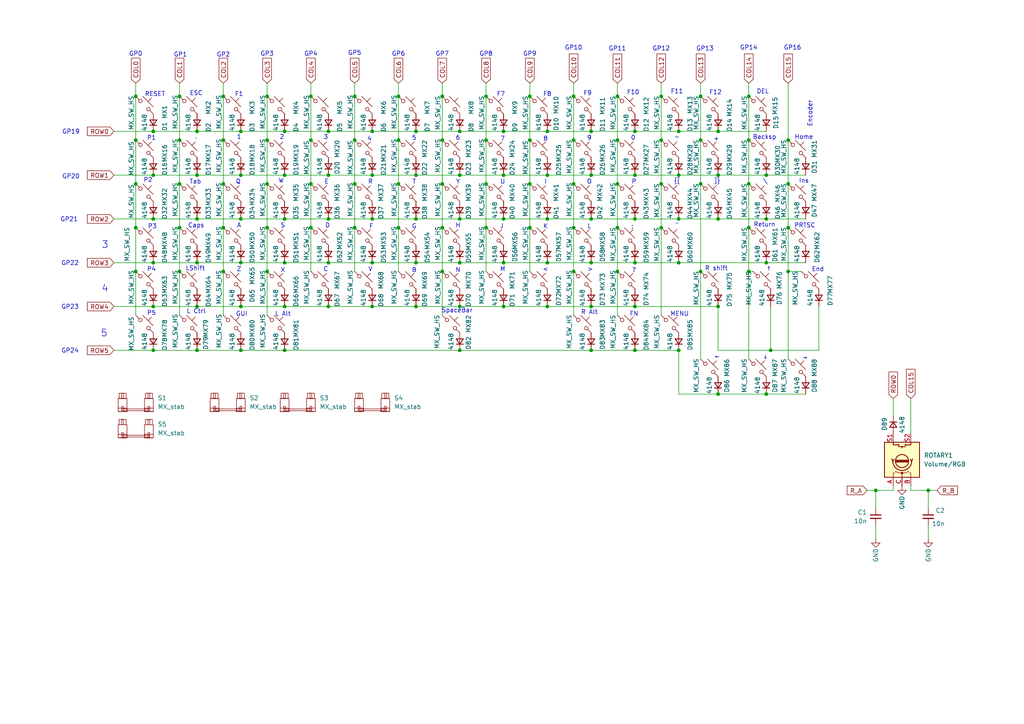
<source format=kicad_sch>
(kicad_sch (version 20231120) (generator "eeschema") (generator_version "8.0")
  (paper "A4")
  (junction (at 146.05 63.5))
  (junction (at 133.35 38.1))
  (junction (at 107.95 88.9))
  (junction (at 44.45 88.9))
  (junction (at 196.85 101.6))
  (junction (at 179.07 53.34))
  (junction (at 191.77 27.94))
  (junction (at 107.95 38.1))
  (junction (at 158.75 38.1))
  (junction (at 203.2 53.34))
  (junction (at 52.07 66.04))
  (junction (at 228.6 40.64))
  (junction (at 146.05 50.8))
  (junction (at 196.85 76.2))
  (junction (at 128.27 66.04))
  (junction (at 64.77 40.64))
  (junction (at 57.15 88.9))
  (junction (at 69.85 101.6))
  (junction (at 57.15 76.2))
  (junction (at 115.57 27.94))
  (junction (at 184.15 101.6))
  (junction (at 82.55 38.1))
  (junction (at 217.17 40.64))
  (junction (at 115.57 40.64))
  (junction (at 69.85 63.5))
  (junction (at 95.25 76.2))
  (junction (at 82.55 50.8))
  (junction (at 228.6 53.34))
  (junction (at 153.67 27.94))
  (junction (at 39.37 78.74))
  (junction (at 39.37 53.34))
  (junction (at 171.45 76.2))
  (junction (at 115.57 66.04))
  (junction (at 208.28 63.5))
  (junction (at 166.37 27.94))
  (junction (at 222.25 63.5))
  (junction (at 133.35 63.5))
  (junction (at 107.95 50.8))
  (junction (at 69.85 50.8))
  (junction (at 171.45 38.1))
  (junction (at 179.07 40.64))
  (junction (at 120.65 38.1))
  (junction (at 222.25 114.3))
  (junction (at 184.15 63.5))
  (junction (at 44.45 76.2))
  (junction (at 120.65 88.9))
  (junction (at 39.37 66.04))
  (junction (at 217.17 66.04))
  (junction (at 196.85 38.1))
  (junction (at 64.77 27.94))
  (junction (at 146.05 38.1))
  (junction (at 196.85 50.8))
  (junction (at 208.28 50.8))
  (junction (at 153.67 53.34))
  (junction (at 39.37 27.94))
  (junction (at 179.07 78.74))
  (junction (at 208.28 38.1))
  (junction (at 228.6 78.74))
  (junction (at 82.55 88.9))
  (junction (at 153.67 66.04))
  (junction (at 52.07 53.34))
  (junction (at 44.45 38.1))
  (junction (at 39.37 40.64))
  (junction (at 69.85 88.9))
  (junction (at 184.15 76.2))
  (junction (at 95.25 88.9))
  (junction (at 140.97 40.64))
  (junction (at 223.52 101.6))
  (junction (at 228.6 66.04))
  (junction (at 57.15 38.1))
  (junction (at 166.37 53.34))
  (junction (at 82.55 101.6))
  (junction (at 217.17 27.94))
  (junction (at 166.37 66.04))
  (junction (at 95.25 38.1))
  (junction (at 90.17 66.04))
  (junction (at 77.47 53.34))
  (junction (at 77.47 78.74))
  (junction (at 166.37 78.74))
  (junction (at 52.07 78.74))
  (junction (at 57.15 101.6))
  (junction (at 82.55 63.5))
  (junction (at 140.97 66.04))
  (junction (at 191.77 53.34))
  (junction (at 82.55 76.2))
  (junction (at 254 142.24))
  (junction (at 171.45 101.6))
  (junction (at 69.85 76.2))
  (junction (at 171.45 50.8))
  (junction (at 90.17 40.64))
  (junction (at 64.77 53.34))
  (junction (at 90.17 53.34))
  (junction (at 171.45 63.5))
  (junction (at 158.75 76.2))
  (junction (at 191.77 66.04))
  (junction (at 191.77 40.64))
  (junction (at 158.75 63.5))
  (junction (at 120.65 76.2))
  (junction (at 208.28 114.3))
  (junction (at 146.05 76.2))
  (junction (at 77.47 66.04))
  (junction (at 158.75 88.9))
  (junction (at 153.67 40.64))
  (junction (at 120.65 63.5))
  (junction (at 128.27 78.74))
  (junction (at 171.45 88.9))
  (junction (at 208.28 88.9))
  (junction (at 102.87 66.04))
  (junction (at 90.17 27.94))
  (junction (at 44.45 50.8))
  (junction (at 146.05 88.9))
  (junction (at 64.77 66.04))
  (junction (at 158.75 50.8))
  (junction (at 52.07 27.94))
  (junction (at 115.57 53.34))
  (junction (at 133.35 50.8))
  (junction (at 269.24 142.24))
  (junction (at 52.07 40.64))
  (junction (at 179.07 66.04))
  (junction (at 95.25 50.8))
  (junction (at 44.45 63.5))
  (junction (at 203.2 40.64))
  (junction (at 128.27 53.34))
  (junction (at 203.2 27.94))
  (junction (at 107.95 76.2))
  (junction (at 102.87 53.34))
  (junction (at 133.35 101.6))
  (junction (at 140.97 53.34))
  (junction (at 179.07 27.94))
  (junction (at 203.2 78.74))
  (junction (at 120.65 50.8))
  (junction (at 128.27 27.94))
  (junction (at 133.35 88.9))
  (junction (at 196.85 63.5))
  (junction (at 107.95 63.5))
  (junction (at 184.15 50.8))
  (junction (at 133.35 76.2))
  (junction (at 57.15 50.8))
  (junction (at 77.47 27.94))
  (junction (at 102.87 40.64))
  (junction (at 184.15 88.9))
  (junction (at 184.15 38.1))
  (junction (at 64.77 78.74))
  (junction (at 57.15 63.5))
  (junction (at 217.17 53.34))
  (junction (at 222.25 50.8))
  (junction (at 77.47 40.64))
  (junction (at 102.87 27.94))
  (junction (at 95.25 63.5))
  (junction (at 166.37 40.64))
  (junction (at 140.97 27.94))
  (junction (at 44.45 101.6))
  (junction (at 217.17 78.74))
  (junction (at 128.27 40.64))
  (junction (at 69.85 38.1))
  (junction (at 222.25 76.2))
  (wire (pts (xy 115.57 53.34) (xy 115.57 66.04)))
  (wire (pts (xy 120.65 76.2) (xy 133.35 76.2)))
  (wire (pts (xy 184.15 76.2) (xy 196.85 76.2)))
  (wire (pts (xy 90.17 66.04) (xy 90.17 78.74)))
  (wire (pts (xy 179.07 53.34) (xy 179.07 66.04)))
  (wire (pts (xy 196.85 114.3) (xy 208.28 114.3)))
  (wire (pts (xy 64.77 27.94) (xy 64.77 40.64)))
  (wire (pts (xy 69.85 76.2) (xy 82.55 76.2)))
  (wire (pts (xy 128.27 53.34) (xy 128.27 66.04)))
  (wire (pts (xy 146.05 88.9) (xy 158.75 88.9)))
  (wire (pts (xy 191.77 24.13) (xy 191.77 27.94)))
  (wire (pts (xy 208.28 38.1) (xy 222.25 38.1)))
  (wire (pts (xy 133.35 38.1) (xy 146.05 38.1)))
  (wire (pts (xy 95.25 63.5) (xy 107.95 63.5)))
  (wire (pts (xy 166.37 78.74) (xy 166.37 91.44)))
  (wire (pts (xy 102.87 24.13) (xy 102.87 27.94)))
  (wire (pts (xy 179.07 24.13) (xy 179.07 27.94)))
  (wire (pts (xy 39.37 78.74) (xy 39.37 91.44)))
  (wire (pts (xy 179.07 27.94) (xy 179.07 40.64)))
  (wire (pts (xy 166.37 53.34) (xy 166.37 66.04)))
  (wire (pts (xy 146.05 38.1) (xy 158.75 38.1)))
  (wire (pts (xy 184.15 101.6) (xy 196.85 101.6)))
  (wire (pts (xy 203.2 53.34) (xy 203.2 78.74)))
  (wire (pts (xy 33.02 63.5) (xy 44.45 63.5)))
  (wire (pts (xy 115.57 40.64) (xy 115.57 53.34)))
  (wire (pts (xy 158.75 38.1) (xy 171.45 38.1)))
  (wire (pts (xy 217.17 27.94) (xy 217.17 40.64)))
  (wire (pts (xy 179.07 40.64) (xy 179.07 53.34)))
  (wire (pts (xy 153.67 27.94) (xy 153.67 40.64)))
  (wire (pts (xy 196.85 38.1) (xy 208.28 38.1)))
  (wire (pts (xy 107.95 50.8) (xy 120.65 50.8)))
  (wire (pts (xy 228.6 53.34) (xy 228.6 66.04)))
  (wire (pts (xy 196.85 63.5) (xy 208.28 63.5)))
  (wire (pts (xy 203.2 40.64) (xy 203.2 53.34)))
  (wire (pts (xy 254 152.4) (xy 254 156.21)))
  (wire (pts (xy 222.25 114.3) (xy 233.68 114.3)))
  (wire (pts (xy 254 142.24) (xy 259.08 142.24)))
  (wire (pts (xy 77.47 27.94) (xy 77.47 40.64)))
  (wire (pts (xy 44.45 38.1) (xy 57.15 38.1)))
  (wire (pts (xy 269.24 156.21) (xy 269.24 152.4)))
  (wire (pts (xy 223.52 88.9) (xy 223.52 101.6)))
  (wire (pts (xy 184.15 63.5) (xy 196.85 63.5)))
  (wire (pts (xy 133.35 50.8) (xy 146.05 50.8)))
  (wire (pts (xy 133.35 88.9) (xy 146.05 88.9)))
  (wire (pts (xy 203.2 27.94) (xy 203.2 40.64)))
  (wire (pts (xy 228.6 24.13) (xy 228.6 40.64)))
  (wire (pts (xy 120.65 63.5) (xy 133.35 63.5)))
  (wire (pts (xy 228.6 78.74) (xy 228.6 104.14)))
  (wire (pts (xy 82.55 76.2) (xy 95.25 76.2)))
  (wire (pts (xy 82.55 101.6) (xy 133.35 101.6)))
  (wire (pts (xy 120.65 88.9) (xy 133.35 88.9)))
  (wire (pts (xy 57.15 76.2) (xy 69.85 76.2)))
  (wire (pts (xy 33.02 50.8) (xy 44.45 50.8)))
  (wire (pts (xy 52.07 66.04) (xy 52.07 78.74)))
  (wire (pts (xy 208.28 101.6) (xy 223.52 101.6)))
  (wire (pts (xy 217.17 24.13) (xy 217.17 27.94)))
  (wire (pts (xy 171.45 76.2) (xy 184.15 76.2)))
  (wire (pts (xy 115.57 66.04) (xy 115.57 78.74)))
  (wire (pts (xy 191.77 40.64) (xy 191.77 53.34)))
  (wire (pts (xy 64.77 24.13) (xy 64.77 27.94)))
  (wire (pts (xy 203.2 24.13) (xy 203.2 27.94)))
  (wire (pts (xy 33.02 101.6) (xy 44.45 101.6)))
  (wire (pts (xy 222.25 63.5) (xy 233.68 63.5)))
  (wire (pts (xy 140.97 40.64) (xy 140.97 53.34)))
  (wire (pts (xy 171.45 50.8) (xy 184.15 50.8)))
  (wire (pts (xy 184.15 50.8) (xy 196.85 50.8)))
  (wire (pts (xy 191.77 53.34) (xy 191.77 66.04)))
  (wire (pts (xy 57.15 88.9) (xy 69.85 88.9)))
  (wire (pts (xy 158.75 50.8) (xy 171.45 50.8)))
  (wire (pts (xy 107.95 76.2) (xy 120.65 76.2)))
  (wire (pts (xy 39.37 27.94) (xy 39.37 40.64)))
  (wire (pts (xy 120.65 38.1) (xy 133.35 38.1)))
  (wire (pts (xy 191.77 27.94) (xy 191.77 40.64)))
  (wire (pts (xy 269.24 142.24) (xy 264.16 142.24)))
  (wire (pts (xy 69.85 63.5) (xy 82.55 63.5)))
  (wire (pts (xy 39.37 24.13) (xy 39.37 27.94)))
  (wire (pts (xy 128.27 40.64) (xy 128.27 53.34)))
  (wire (pts (xy 158.75 76.2) (xy 171.45 76.2)))
  (wire (pts (xy 140.97 53.34) (xy 140.97 66.04)))
  (wire (pts (xy 158.75 88.9) (xy 171.45 88.9)))
  (wire (pts (xy 95.25 88.9) (xy 107.95 88.9)))
  (wire (pts (xy 208.28 88.9) (xy 208.28 101.6)))
  (wire (pts (xy 64.77 66.04) (xy 64.77 78.74)))
  (wire (pts (xy 171.45 101.6) (xy 184.15 101.6)))
  (wire (pts (xy 228.6 66.04) (xy 228.6 78.74)))
  (wire (pts (xy 90.17 40.64) (xy 90.17 53.34)))
  (wire (pts (xy 52.07 40.64) (xy 52.07 53.34)))
  (wire (pts (xy 223.52 101.6) (xy 237.49 101.6)))
  (wire (pts (xy 254 147.32) (xy 254 142.24)))
  (wire (pts (xy 33.02 38.1) (xy 44.45 38.1)))
  (wire (pts (xy 264.16 115.57) (xy 264.16 125.73)))
  (wire (pts (xy 133.35 76.2) (xy 146.05 76.2)))
  (wire (pts (xy 208.28 50.8) (xy 222.25 50.8)))
  (wire (pts (xy 232.41 78.74) (xy 228.6 78.74)))
  (wire (pts (xy 39.37 40.64) (xy 39.37 53.34)))
  (wire (pts (xy 77.47 53.34) (xy 77.47 66.04)))
  (wire (pts (xy 153.67 53.34) (xy 153.67 66.04)))
  (wire (pts (xy 52.07 78.74) (xy 52.07 91.44)))
  (wire (pts (xy 153.67 66.04) (xy 153.67 78.74)))
  (wire (pts (xy 203.2 78.74) (xy 203.2 104.14)))
  (wire (pts (xy 64.77 53.34) (xy 64.77 66.04)))
  (wire (pts (xy 44.45 88.9) (xy 57.15 88.9)))
  (wire (pts (xy 95.25 76.2) (xy 107.95 76.2)))
  (wire (pts (xy 82.55 63.5) (xy 95.25 63.5)))
  (wire (pts (xy 107.95 88.9) (xy 120.65 88.9)))
  (wire (pts (xy 228.6 40.64) (xy 228.6 53.34)))
  (wire (pts (xy 259.08 142.24) (xy 259.08 140.97)))
  (wire (pts (xy 171.45 88.9) (xy 184.15 88.9)))
  (wire (pts (xy 44.45 76.2) (xy 57.15 76.2)))
  (wire (pts (xy 90.17 24.13) (xy 90.17 27.94)))
  (wire (pts (xy 133.35 101.6) (xy 171.45 101.6)))
  (wire (pts (xy 196.85 50.8) (xy 208.28 50.8)))
  (wire (pts (xy 259.08 115.57) (xy 259.08 120.65)))
  (wire (pts (xy 102.87 40.64) (xy 102.87 53.34)))
  (wire (pts (xy 140.97 66.04) (xy 140.97 78.74)))
  (wire (pts (xy 33.02 88.9) (xy 44.45 88.9)))
  (wire (pts (xy 57.15 63.5) (xy 69.85 63.5)))
  (wire (pts (xy 171.45 63.5) (xy 184.15 63.5)))
  (wire (pts (xy 90.17 27.94) (xy 90.17 40.64)))
  (wire (pts (xy 95.25 50.8) (xy 107.95 50.8)))
  (wire (pts (xy 196.85 101.6) (xy 196.85 114.3)))
  (wire (pts (xy 217.17 53.34) (xy 217.17 66.04)))
  (wire (pts (xy 64.77 40.64) (xy 64.77 53.34)))
  (wire (pts (xy 44.45 50.8) (xy 57.15 50.8)))
  (wire (pts (xy 33.02 76.2) (xy 44.45 76.2)))
  (wire (pts (xy 140.97 24.13) (xy 140.97 27.94)))
  (wire (pts (xy 69.85 88.9) (xy 82.55 88.9)))
  (wire (pts (xy 95.25 38.1) (xy 107.95 38.1)))
  (wire (pts (xy 69.85 38.1) (xy 82.55 38.1)))
  (wire (pts (xy 102.87 53.34) (xy 102.87 66.04)))
  (wire (pts (xy 217.17 66.04) (xy 217.17 78.74)))
  (wire (pts (xy 52.07 53.34) (xy 52.07 66.04)))
  (wire (pts (xy 77.47 66.04) (xy 77.47 78.74)))
  (wire (pts (xy 64.77 78.74) (xy 64.77 91.44)))
  (wire (pts (xy 82.55 88.9) (xy 95.25 88.9)))
  (wire (pts (xy 217.17 78.74) (xy 217.17 104.14)))
  (wire (pts (xy 179.07 66.04) (xy 179.07 78.74)))
  (wire (pts (xy 237.49 101.6) (xy 237.49 88.9)))
  (wire (pts (xy 196.85 76.2) (xy 222.25 76.2)))
  (wire (pts (xy 166.37 66.04) (xy 166.37 78.74)))
  (wire (pts (xy 82.55 38.1) (xy 95.25 38.1)))
  (wire (pts (xy 146.05 63.5) (xy 158.75 63.5)))
  (wire (pts (xy 153.67 40.64) (xy 153.67 53.34)))
  (wire (pts (xy 82.55 50.8) (xy 95.25 50.8)))
  (wire (pts (xy 166.37 27.94) (xy 166.37 40.64)))
  (wire (pts (xy 57.15 50.8) (xy 69.85 50.8)))
  (wire (pts (xy 102.87 27.94) (xy 102.87 40.64)))
  (wire (pts (xy 52.07 24.13) (xy 52.07 27.94)))
  (wire (pts (xy 128.27 78.74) (xy 128.27 91.44)))
  (wire (pts (xy 166.37 24.13) (xy 166.37 27.94)))
  (wire (pts (xy 69.85 101.6) (xy 82.55 101.6)))
  (wire (pts (xy 57.15 101.6) (xy 69.85 101.6)))
  (wire (pts (xy 140.97 27.94) (xy 140.97 40.64)))
  (wire (pts (xy 153.67 24.13) (xy 153.67 27.94)))
  (wire (pts (xy 208.28 114.3) (xy 222.25 114.3)))
  (wire (pts (xy 128.27 66.04) (xy 128.27 78.74)))
  (wire (pts (xy 52.07 27.94) (xy 52.07 40.64)))
  (wire (pts (xy 222.25 76.2) (xy 233.68 76.2)))
  (wire (pts (xy 102.87 66.04) (xy 102.87 78.74)))
  (wire (pts (xy 128.27 24.13) (xy 128.27 27.94)))
  (wire (pts (xy 179.07 78.74) (xy 179.07 91.44)))
  (wire (pts (xy 217.17 78.74) (xy 218.44 78.74)))
  (wire (pts (xy 158.75 63.5) (xy 171.45 63.5)))
  (wire (pts (xy 44.45 63.5) (xy 57.15 63.5)))
  (wire (pts (xy 269.24 142.24) (xy 271.78 142.24)))
  (wire (pts (xy 39.37 66.04) (xy 39.37 78.74)))
  (wire (pts (xy 269.24 147.32) (xy 269.24 142.24)))
  (wire (pts (xy 90.17 53.34) (xy 90.17 66.04)))
  (wire (pts (xy 128.27 27.94) (xy 128.27 40.64)))
  (wire (pts (xy 107.95 38.1) (xy 120.65 38.1)))
  (wire (pts (xy 120.65 50.8) (xy 133.35 50.8)))
  (wire (pts (xy 264.16 142.24) (xy 264.16 140.97)))
  (wire (pts (xy 77.47 40.64) (xy 77.47 53.34)))
  (wire (pts (xy 208.28 63.5) (xy 222.25 63.5)))
  (wire (pts (xy 171.45 38.1) (xy 184.15 38.1)))
  (wire (pts (xy 57.15 38.1) (xy 69.85 38.1)))
  (wire (pts (xy 77.47 78.74) (xy 77.47 91.44)))
  (wire (pts (xy 217.17 40.64) (xy 217.17 53.34)))
  (wire (pts (xy 146.05 50.8) (xy 158.75 50.8)))
  (wire (pts (xy 184.15 38.1) (xy 196.85 38.1)))
  (wire (pts (xy 115.57 24.13) (xy 115.57 27.94)))
  (wire (pts (xy 39.37 53.34) (xy 39.37 66.04)))
  (wire (pts (xy 133.35 63.5) (xy 146.05 63.5)))
  (wire (pts (xy 77.47 24.13) (xy 77.47 27.94)))
  (wire (pts (xy 222.25 50.8) (xy 233.68 50.8)))
  (wire (pts (xy 69.85 50.8) (xy 82.55 50.8)))
  (wire (pts (xy 184.15 88.9) (xy 208.28 88.9)))
  (wire (pts (xy 146.05 76.2) (xy 158.75 76.2)))
  (wire (pts (xy 44.45 101.6) (xy 57.15 101.6)))
  (wire (pts (xy 115.57 27.94) (xy 115.57 40.64)))
  (wire (pts (xy 191.77 66.04) (xy 191.77 91.44)))
  (wire (pts (xy 107.95 63.5) (xy 120.65 63.5)))
  (wire (pts (xy 166.37 40.64) (xy 166.37 53.34)))
  (wire (pts (xy 251.46 142.24) (xy 254 142.24)))
  (text "↑" (at 223.012 77.978 0) (effects (font (size 1.27 1.27))))
  (text "V" (at 107.442 78.232 0) (effects (font (size 1.27 1.27))))
  (text "+" (at 207.772 40.386 0) (effects (font (size 1.27 1.27))))
  (text "LShift" (at 56.642 77.978 0) (effects (font (size 1.27 1.27))))
  (text "GP14" (at 217.17 13.97 0) (effects (font (size 1.27 1.27))))
  (text "9" (at 170.942 40.132 0) (effects (font (size 1.27 1.27))))
  (text "Ins" (at 233.172 52.578 0) (effects (font (size 1.27 1.27))))
  (text "O" (at 170.942 52.832 0) (effects (font (size 1.27 1.27))))
  (text "GP24" (at 20.32 101.854 0) (effects (font (size 1.27 1.27))))
  (text "GP19" (at 20.574 38.354 0) (effects (font (size 1.27 1.27))))
  (text "\\" (at 221.996 52.832 0) (effects (font (size 1.27 1.27))))
  (text "GP9" (at 153.67 15.748 0) (effects (font (size 1.27 1.27))))
  (text "H" (at 132.842 65.532 0) (effects (font (size 1.27 1.27))))
  (text "GP13" (at 204.47 14.224 0) (effects (font (size 1.27 1.27))))
  (text "P1" (at 43.942 40.132 0) (effects (font (size 1.27 1.27))))
  (text "I" (at 158.242 52.832 0) (effects (font (size 1.27 1.27))))
  (text "R" (at 107.442 52.832 0) (effects (font (size 1.27 1.27))))
  (text "2" (at 81.788 39.878 0) (effects (font (size 1.27 1.27))))
  (text "1" (at 69.342 39.878 0) (effects (font (size 1.27 1.27))))
  (text "PRTSC" (at 233.426 65.532 0) (effects (font (size 1.27 1.27))))
  (text "F11" (at 196.342 26.67 0) (effects (font (size 1.27 1.27))))
  (text "`" (at 56.896 40.894 0) (effects (font (size 1.27 1.27))))
  (text "FN" (at 183.896 91.186 0) (effects (font (size 1.27 1.27))))
  (text "GUI" (at 70.104 91.186 0) (effects (font (size 1.27 1.27))))
  (text "8" (at 158.242 40.386 0) (effects (font (size 1.27 1.27))))
  (text "U" (at 145.796 52.832 0) (effects (font (size 1.27 1.27))))
  (text "Z" (at 69.342 78.232 0) (effects (font (size 1.27 1.27))))
  (text "DEL" (at 221.234 26.67 0) (effects (font (size 1.27 1.27))))
  (text "GP1" (at 52.324 16.002 0) (effects (font (size 1.27 1.27))))
  (text "←" (at 208.026 103.632 0) (effects (font (size 1.27 1.27))))
  (text "~" (at 136.398 104.14 0) (effects (font (size 1.27 1.27))))
  (text ";" (at 183.388 65.786 0) (effects (font (size 1.27 1.27))))
  (text "5" (at 30.226 96.774 0) (effects (font (size 2 2))))
  (text "GP16" (at 229.87 13.97 0) (effects (font (size 1.27 1.27))))
  (text "GP4" (at 90.17 15.748 0) (effects (font (size 1.27 1.27))))
  (text "P" (at 183.896 52.832 0) (effects (font (size 1.27 1.27))))
  (text "-" (at 196.342 39.878 0) (effects (font (size 1.27 1.27))))
  (text "R Alt" (at 170.942 90.678 0) (effects (font (size 1.27 1.27))))
  (text "GP5" (at 102.87 15.494 0) (effects (font (size 1.27 1.27))))
  (text "N" (at 132.842 78.486 0) (effects (font (size 1.27 1.27))))
  (text "J" (at 145.542 65.786 0) (effects (font (size 1.27 1.27))))
  (text "F8" (at 158.75 27.432 0) (effects (font (size 1.27 1.27))))
  (text "GP6" (at 115.57 15.748 0) (effects (font (size 1.27 1.27))))
  (text "0" (at 183.642 40.132 0) (effects (font (size 1.27 1.27))))
  (text "F" (at 107.696 65.786 0) (effects (font (size 1.27 1.27))))
  (text "GP0" (at 39.37 15.748 0) (effects (font (size 1.27 1.27))))
  (text "3" (at 94.488 39.878 0) (effects (font (size 1.27 1.27))))
  (text "~" (at 136.652 104.14 0) (effects (font (size 1.27 1.27))))
  (text "GP7" (at 128.27 15.748 0) (effects (font (size 1.27 1.27))))
  (text "P5" (at 43.942 90.932 0) (effects (font (size 1.27 1.27))))
  (text "Backsp" (at 221.742 39.878 0) (effects (font (size 1.27 1.27))))
  (text "6" (at 132.842 40.132 0) (effects (font (size 1.27 1.27))))
  (text "SpaceBar" (at 132.588 90.17 0) (effects (font (size 1.27 1.27))))
  (text "T" (at 120.142 52.832 0) (effects (font (size 1.27 1.27))))
  (text "{[" (at 196.342 52.578 0) (effects (font (size 1.27 1.27))))
  (text "?" (at 183.896 78.486 0) (effects (font (size 1.27 1.27))))
  (text "W" (at 81.534 52.578 0) (effects (font (size 1.27 1.27))))
  (text "L Alt" (at 82.042 91.186 0) (effects (font (size 1.27 1.27))))
  (text "P3" (at 44.196 65.786 0) (effects (font (size 1.27 1.27))))
  (text "K" (at 158.242 65.786 0) (effects (font (size 1.27 1.27))))
  (text "GP22" (at 20.32 76.454 0) (effects (font (size 1.27 1.27))))
  (text "A" (at 69.342 65.532 0) (effects (font (size 1.27 1.27))))
  (text "F12" (at 207.518 26.924 0) (effects (font (size 1.27 1.27))))
  (text "3" (at 30.48 71.12 0) (effects (font (size 2 2))))
  (text "GP10" (at 166.37 13.97 0) (effects (font (size 1.27 1.27))))
  (text "GP21" (at 20.066 63.754 0) (effects (font (size 1.27 1.27))))
  (text "X" (at 82.042 78.486 0) (effects (font (size 1.27 1.27))))
  (text "F10" (at 183.642 26.924 0) (effects (font (size 1.27 1.27))))
  (text "L" (at 170.942 65.786 0) (effects (font (size 1.27 1.27))))
  (text "↓" (at 221.996 103.632 0) (effects (font (size 1.27 1.27))))
  (text "GP8" (at 140.97 15.748 0) (effects (font (size 1.27 1.27))))
  (text "Y" (at 132.842 52.832 0) (effects (font (size 1.27 1.27))))
  (text "C" (at 94.488 78.232 0) (effects (font (size 1.27 1.27))))
  (text "Home" (at 233.172 39.878 0) (effects (font (size 1.27 1.27))))
  (text "Q" (at 69.088 52.832 0) (effects (font (size 1.27 1.27))))
  (text "P4" (at 43.942 78.232 0) (effects (font (size 1.27 1.27))))
  (text "B" (at 120.142 78.486 0) (effects (font (size 1.27 1.27))))
  (text "ESC" (at 56.896 27.178 0) (effects (font (size 1.27 1.27))))
  (text "GP11" (at 179.07 14.224 0) (effects (font (size 1.27 1.27))))
  (text "M" (at 145.796 78.232 0) (effects (font (size 1.27 1.27))))
  (text "L Ctrl" (at 56.896 90.424 0) (effects (font (size 1.27 1.27))))
  (text "G" (at 120.142 65.786 0) (effects (font (size 1.27 1.27))))
  (text "]}" (at 208.026 52.578 0) (effects (font (size 1.27 1.27))))
  (text "E" (at 94.742 52.832 0) (effects (font (size 1.27 1.27))))
  (text ">" (at 171.196 78.232 0) (effects (font (size 1.27 1.27))))
  (text "Return" (at 221.742 65.278 0) (effects (font (size 1.27 1.27))))
  (text "4" (at 107.188 40.386 0) (effects (font (size 1.27 1.27))))
  (text "GP23" (at 20.32 89.154 0) (effects (font (size 1.27 1.27))))
  (text "GP20" (at 20.574 51.308 0) (effects (font (size 1.27 1.27))))
  (text "Caps" (at 56.896 65.532 0) (effects (font (size 1.27 1.27))))
  (text "5" (at 120.142 40.132 0) (effects (font (size 1.27 1.27))))
  (text "F7" (at 145.288 27.432 0) (effects (font (size 1.27 1.27))))
  (text "RESET" (at 44.958 27.432 0) (effects (font (size 1.27 1.27))))
  (text "D" (at 94.996 65.532 0) (effects (font (size 1.27 1.27))))
  (text "P2" (at 42.926 52.324 0) (effects (font (size 1.27 1.27))))
  (text "Encoder" (at 234.95 33.02 90) (effects (font (size 1.27 1.27))))
  (text "GP3" (at 77.47 15.748 0) (effects (font (size 1.27 1.27))))
  (text "4" (at 30.48 83.82 0) (effects (font (size 2 2))))
  (text "F9" (at 170.434 27.178 0) (effects (font (size 1.27 1.27))))
  (text "→" (at 233.426 103.886 0) (effects (font (size 1.27 1.27))))
  (text "<" (at 158.242 78.232 0) (effects (font (size 1.27 1.27))))
  (text "Tab" (at 56.642 52.832 0) (effects (font (size 1.27 1.27))))
  (text "S" (at 82.042 65.532 0) (effects (font (size 1.27 1.27))))
  (text "GP12" (at 191.77 14.224 0) (effects (font (size 1.27 1.27))))
  (text "\"" (at 196.342 65.532 0) (effects (font (size 1.27 1.27))))
  (text "MENU" (at 197.104 91.186 0) (effects (font (size 1.27 1.27))))
  (text "R shift" (at 207.772 77.978 0) (effects (font (size 1.27 1.27))))
  (text "End" (at 237.236 78.232 0) (effects (font (size 1.27 1.27))))
  (text "7" (at 145.796 40.386 0) (effects (font (size 1.27 1.27))))
  (text "GP2" (at 64.77 16.002 0) (effects (font (size 1.27 1.27))))
  (text "F1" (at 69.342 27.432 0) (effects (font (size 1.27 1.27))))
  (global_label "R_B" (shape input) (at 271.78 142.24 0) (property "Intersheetrefs" "${INTERSHEET_REFS}" (effects (hide yes))))
  (global_label "ROW1" (shape input) (at 33.02 50.8 180) (property "Intersheetrefs" "${INTERSHEET_REFS}" (effects (hide yes))))
  (global_label "COL5" (shape input) (at 102.87 24.13 90) (property "Intersheetrefs" "${INTERSHEET_REFS}" (effects (hide yes))))
  (global_label "ROW0" (shape input) (at 259.08 115.57 90) (property "Intersheetrefs" "${INTERSHEET_REFS}" (effects (hide yes))))
  (global_label "ROW2" (shape input) (at 33.02 63.5 180) (property "Intersheetrefs" "${INTERSHEET_REFS}" (effects (hide yes))))
  (global_label "ROW3" (shape input) (at 33.02 76.2 180) (property "Intersheetrefs" "${INTERSHEET_REFS}" (effects (hide yes))))
  (global_label "COL9" (shape input) (at 153.67 24.13 90) (property "Intersheetrefs" "${INTERSHEET_REFS}" (effects (hide yes))))
  (global_label "COL4" (shape input) (at 90.17 24.13 90) (property "Intersheetrefs" "${INTERSHEET_REFS}" (effects (hide yes))))
  (global_label "COL0" (shape input) (at 39.37 24.13 90) (property "Intersheetrefs" "${INTERSHEET_REFS}" (effects (hide yes))))
  (global_label "ROW4" (shape input) (at 33.02 88.9 180) (property "Intersheetrefs" "${INTERSHEET_REFS}" (effects (hide yes))))
  (global_label "COL14" (shape input) (at 217.17 24.13 90) (property "Intersheetrefs" "${INTERSHEET_REFS}" (effects (hide yes))))
  (global_label "COL15" (shape input) (at 264.16 115.57 90) (property "Intersheetrefs" "${INTERSHEET_REFS}" (effects (hide yes))))
  (global_label "COL15" (shape input) (at 228.6 24.13 90) (property "Intersheetrefs" "${INTERSHEET_REFS}" (effects (hide yes))))
  (global_label "ROW5" (shape input) (at 33.02 101.6 180) (property "Intersheetrefs" "${INTERSHEET_REFS}" (effects (hide yes))))
  (global_label "ROW0" (shape input) (at 33.02 38.1 180) (property "Intersheetrefs" "${INTERSHEET_REFS}" (effects (hide yes))))
  (global_label "COL3" (shape input) (at 77.47 24.13 90) (property "Intersheetrefs" "${INTERSHEET_REFS}" (effects (hide yes))))
  (global_label "COL1" (shape input) (at 52.07 24.13 90) (property "Intersheetrefs" "${INTERSHEET_REFS}" (effects (hide yes))))
  (global_label "COL8" (shape input) (at 140.97 24.13 90) (property "Intersheetrefs" "${INTERSHEET_REFS}" (effects (hide yes))))
  (global_label "COL12" (shape input) (at 191.77 24.13 90) (property "Intersheetrefs" "${INTERSHEET_REFS}" (effects (hide yes))))
  (global_label "COL13" (shape input) (at 203.2 24.13 90) (property "Intersheetrefs" "${INTERSHEET_REFS}" (effects (hide yes))))
  (global_label "COL11" (shape input) (at 179.07 24.13 90) (property "Intersheetrefs" "${INTERSHEET_REFS}" (effects (hide yes))))
  (global_label "R_A" (shape input) (at 251.46 142.24 180) (property "Intersheetrefs" "${INTERSHEET_REFS}" (effects (hide yes))))
  (global_label "COL7" (shape input) (at 128.27 24.13 90) (property "Intersheetrefs" "${INTERSHEET_REFS}" (effects (hide yes))))
  (global_label "COL10" (shape input) (at 166.37 24.13 90) (property "Intersheetrefs" "${INTERSHEET_REFS}" (effects (hide yes))))
  (global_label "COL6" (shape input) (at 115.57 24.13 90) (property "Intersheetrefs" "${INTERSHEET_REFS}" (effects (hide yes))))
  (global_label "COL2" (shape input) (at 64.77 24.13 90) (property "Intersheetrefs" "${INTERSHEET_REFS}" (effects (hide yes))))
  (symbol (lib_id "marbastlib-mx:MX_SW_HS_CPG151101S11") (at 105.41 43.18 0) (unit 1)
    (property "Reference" "MX21" (at 111.252 44.45 90))
    (property "Value" "MX_SW_HS" (at 101.6 45.72 90))
    (property "Footprint" "marbastlib-mx:SW_MX_HS_CPG151101S11_1u" (effects (hide yes)))
    (property "Description" "Push button switch, normally open, two pins, 45° tilted, Kailh CPG151101S11 for Cherry MX style switches" (effects (hide yes)))
  )
  (symbol (lib_id "power:GND") (at 269.24 156.21 0) (mirror y) (unit 1)
    (property "Reference" "#PWR05" (effects (hide yes)))
    (property "Value" "GND" (at 269.24 159.004 90) (effects (justify right)))
    (property "Description" "Power symbol creates a global label with name \"GND\" , ground" (effects (hide yes)))
  )
  (symbol (lib_id "Device:D_Small") (at 133.35 73.66 90) (unit 1)
    (property "Reference" "D55" (at 135.89 72.39 0) (effects (justify right)))
    (property "Value" "4148" (at 130.81 71.12 0) (effects (justify right)))
    (property "Footprint" "ScottoKeebs_Components:Diode_SOD-123" (effects (hide yes)))
    (property "Description" "Diode, small symbol" (effects (hide yes)))
    (property "Sim.Device" "D" (effects (hide yes)))
    (property "Sim.Pins" "1=K 2=A" (effects (hide yes)))
  )
  (symbol (lib_id "marbastlib-mx:MX_SW_HS_CPG151101S11") (at 130.81 43.18 0) (unit 1)
    (property "Reference" "MX23" (at 135.89 43.18 90))
    (property "Value" "MX_SW_HS" (at 127 45.212 90))
    (property "Footprint" "marbastlib-mx:SW_MX_HS_CPG151101S11_1u" (effects (hide yes)))
    (property "Description" "Push button switch, normally open, two pins, 45° tilted, Kailh CPG151101S11 for Cherry MX style switches" (effects (hide yes)))
  )
  (symbol (lib_id "Device:D_Small") (at 158.75 60.96 90) (unit 1)
    (property "Reference" "D41" (at 161.29 59.69 0) (effects (justify right)))
    (property "Value" "4148" (at 156.21 58.42 0) (effects (justify right)))
    (property "Footprint" "ScottoKeebs_Components:Diode_SOD-123" (effects (hide yes)))
    (property "Description" "Diode, small symbol" (effects (hide yes)))
    (property "Sim.Device" "D" (effects (hide yes)))
    (property "Sim.Pins" "1=K 2=A" (effects (hide yes)))
  )
  (symbol (lib_id "Device:C_Small") (at 269.24 149.86 0) (mirror y) (unit 1)
    (property "Reference" "C2" (at 274.066 148.082 0) (effects (justify left)))
    (property "Value" "10n" (at 274.066 151.892 0) (effects (justify left)))
    (property "Footprint" "Capacitor_SMD:C_0805_2012Metric" (effects (hide yes)))
    (property "Description" "Unpolarized capacitor, small symbol" (effects (hide yes)))
  )
  (symbol (lib_id "marbastlib-mx:MX_SW_HS_CPG151101S11") (at 231.14 43.18 0) (unit 1)
    (property "Reference" "MX31" (at 236.22 43.18 90))
    (property "Value" "MX_SW_HS" (at 227.33 45.466 90))
    (property "Footprint" "marbastlib-mx:SW_MX_HS_CPG151101S11_1u" (effects (hide yes)))
    (property "Description" "Push button switch, normally open, two pins, 45° tilted, Kailh CPG151101S11 for Cherry MX style switches" (effects (hide yes)))
  )
  (symbol (lib_id "marbastlib-mx:MX_SW_HS_CPG151101S11") (at 105.41 55.88 0) (unit 1)
    (property "Reference" "MX37" (at 110.49 55.88 90))
    (property "Value" "MX_SW_HS" (at 101.6 57.912 90))
    (property "Footprint" "marbastlib-mx:SW_MX_HS_CPG151101S11_1u" (effects (hide yes)))
    (property "Description" "Push button switch, normally open, two pins, 45° tilted, Kailh CPG151101S11 for Cherry MX style switches" (effects (hide yes)))
  )
  (symbol (lib_id "Device:D_Small") (at 95.25 86.36 90) (unit 1)
    (property "Reference" "D67" (at 97.79 85.09 0) (effects (justify right)))
    (property "Value" "4148" (at 92.71 83.82 0) (effects (justify right)))
    (property "Footprint" "ScottoKeebs_Components:Diode_SOD-123" (effects (hide yes)))
    (property "Description" "Diode, small symbol" (effects (hide yes)))
    (property "Sim.Device" "D" (effects (hide yes)))
    (property "Sim.Pins" "1=K 2=A" (effects (hide yes)))
  )
  (symbol (lib_id "Device:D_Small") (at 95.25 35.56 90) (unit 1)
    (property "Reference" "D5" (at 98.552 35.56 0) (effects (justify right)))
    (property "Value" "4148" (at 92.71 33.02 0) (effects (justify right)))
    (property "Footprint" "ScottoKeebs_Components:Diode_SOD-123" (effects (hide yes)))
    (property "Description" "Diode, small symbol" (effects (hide yes)))
    (property "Sim.Device" "D" (effects (hide yes)))
    (property "Sim.Pins" "1=K 2=A" (effects (hide yes)))
  )
  (symbol (lib_id "marbastlib-mx:MX_SW_HS_CPG151101S11") (at 67.31 30.48 0) (unit 1)
    (property "Reference" "MX3" (at 73.152 31.242 90))
    (property "Value" "MX_SW_HS" (at 63.5 32.512 90))
    (property "Footprint" "marbastlib-mx:SW_MX_HS_CPG151101S11_1u" (effects (hide yes)))
    (property "Description" "Push button switch, normally open, two pins, 45° tilted, Kailh CPG151101S11 for Cherry MX style switches" (effects (hide yes)))
  )
  (symbol (lib_id "Device:D_Small") (at 57.15 86.36 90) (unit 1)
    (property "Reference" "D64" (at 60.452 85.09 0) (effects (justify right)))
    (property "Value" "4148" (at 54.61 83.82 0) (effects (justify right)))
    (property "Footprint" "ScottoKeebs_Components:Diode_SOD-123" (effects (hide yes)))
    (property "Description" "Diode, small symbol" (effects (hide yes)))
    (property "Sim.Device" "D" (effects (hide yes)))
    (property "Sim.Pins" "1=K 2=A" (effects (hide yes)))
  )
  (symbol (lib_id "Device:D_Small") (at 69.85 35.56 90) (unit 1)
    (property "Reference" "D3" (at 73.152 35.56 0) (effects (justify right)))
    (property "Value" "4148" (at 67.31 33.02 0) (effects (justify right)))
    (property "Footprint" "ScottoKeebs_Components:Diode_SOD-123" (effects (hide yes)))
    (property "Description" "Diode, small symbol" (effects (hide yes)))
    (property "Sim.Device" "D" (effects (hide yes)))
    (property "Sim.Pins" "1=K 2=A" (effects (hide yes)))
  )
  (symbol (lib_id "Device:C_Small") (at 254 149.86 0) (mirror y) (unit 1)
    (property "Reference" "C1" (at 251.46 148.5962 0) (effects (justify left)))
    (property "Value" "10n" (at 251.46 151.1362 0) (effects (justify left)))
    (property "Footprint" "Capacitor_SMD:C_0805_2012Metric" (effects (hide yes)))
    (property "Description" "Unpolarized capacitor, small symbol" (effects (hide yes)))
  )
  (symbol (lib_id "marbastlib-mx:MX_SW_HS_CPG151101S11") (at 41.91 81.28 0) (unit 1)
    (property "Reference" "MX63" (at 47.752 82.55 90))
    (property "Value" "MX_SW_HS" (at 38.1 83.312 90))
    (property "Footprint" "marbastlib-mx:SW_MX_HS_CPG151101S11_1u" (effects (hide yes)))
    (property "Description" "Push button switch, normally open, two pins, 45° tilted, Kailh CPG151101S11 for Cherry MX style switches" (effects (hide yes)))
  )
  (symbol (lib_id "Device:D_Small") (at 107.95 60.96 90) (unit 1)
    (property "Reference" "D37" (at 110.49 59.69 0) (effects (justify right)))
    (property "Value" "4148" (at 105.41 58.42 0) (effects (justify right)))
    (property "Footprint" "ScottoKeebs_Components:Diode_SOD-123" (effects (hide yes)))
    (property "Description" "Diode, small symbol" (effects (hide yes)))
    (property "Sim.Device" "D" (effects (hide yes)))
    (property "Sim.Pins" "1=K 2=A" (effects (hide yes)))
  )
  (symbol (lib_id "Device:D_Small") (at 120.65 73.66 90) (unit 1)
    (property "Reference" "D54" (at 123.952 72.39 0) (effects (justify right)))
    (property "Value" "4148" (at 118.11 71.12 0) (effects (justify right)))
    (property "Footprint" "ScottoKeebs_Components:Diode_SOD-123" (effects (hide yes)))
    (property "Description" "Diode, small symbol" (effects (hide yes)))
    (property "Sim.Device" "D" (effects (hide yes)))
    (property "Sim.Pins" "1=K 2=A" (effects (hide yes)))
  )
  (symbol (lib_id "marbastlib-mx:MX_SW_HS_CPG151101S11") (at 41.91 55.88 0) (unit 1)
    (property "Reference" "MX32" (at 47.752 57.15 90))
    (property "Value" "MX_SW_HS" (at 38.1 58.42 90))
    (property "Footprint" "marbastlib-mx:SW_MX_HS_CPG151101S11_1u" (effects (hide yes)))
    (property "Description" "Push button switch, normally open, two pins, 45° tilted, Kailh CPG151101S11 for Cherry MX style switches" (effects (hide yes)))
  )
  (symbol (lib_id "marbastlib-mx:MX_SW_HS_CPG151101S11") (at 92.71 68.58 0) (unit 1)
    (property "Reference" "MX52" (at 98.552 69.85 90))
    (property "Value" "MX_SW_HS" (at 88.9 70.612 90))
    (property "Footprint" "marbastlib-mx:SW_MX_HS_CPG151101S11_1u" (effects (hide yes)))
    (property "Description" "Push button switch, normally open, two pins, 45° tilted, Kailh CPG151101S11 for Cherry MX style switches" (effects (hide yes)))
  )
  (symbol (lib_id "Device:D_Small") (at 184.15 60.96 90) (unit 1)
    (property "Reference" "D43" (at 187.452 59.69 0) (effects (justify right)))
    (property "Value" "4148" (at 181.61 58.42 0) (effects (justify right)))
    (property "Footprint" "ScottoKeebs_Components:Diode_SOD-123" (effects (hide yes)))
    (property "Description" "Diode, small symbol" (effects (hide yes)))
    (property "Sim.Device" "D" (effects (hide yes)))
    (property "Sim.Pins" "1=K 2=A" (effects (hide yes)))
  )
  (symbol (lib_id "marbastlib-mx:MX_SW_HS_CPG151101S11") (at 219.71 106.68 0) (unit 1)
    (property "Reference" "MX87" (at 224.79 106.68 90))
    (property "Value" "MX_SW_HS" (at 215.9 108.966 90))
    (property "Footprint" "marbastlib-mx:SW_MX_HS_CPG151101S11_1u" (effects (hide yes)))
    (property "Description" "Push button switch, normally open, two pins, 45° tilted, Kailh CPG151101S11 for Cherry MX style switches" (effects (hide yes)))
  )
  (symbol (lib_id "Device:D_Small") (at 57.15 35.56 90) (unit 1)
    (property "Reference" "D2" (at 60.452 35.56 0) (effects (justify right)))
    (property "Value" "4148" (at 54.61 33.02 0) (effects (justify right)))
    (property "Footprint" "ScottoKeebs_Components:Diode_SOD-123" (effects (hide yes)))
    (property "Description" "Diode, small symbol" (effects (hide yes)))
    (property "Sim.Device" "D" (effects (hide yes)))
    (property "Sim.Pins" "1=K 2=A" (effects (hide yes)))
  )
  (symbol (lib_id "Device:D_Small") (at 44.45 86.36 90) (unit 1)
    (property "Reference" "D63" (at 47.752 85.09 0) (effects (justify right)))
    (property "Value" "4148" (at 41.91 83.82 0) (effects (justify right)))
    (property "Footprint" "ScottoKeebs_Components:Diode_SOD-123" (effects (hide yes)))
    (property "Description" "Diode, small symbol" (effects (hide yes)))
    (property "Sim.Device" "D" (effects (hide yes)))
    (property "Sim.Pins" "1=K 2=A" (effects (hide yes)))
  )
  (symbol (lib_id "marbastlib-mx:MX_SW_HS_CPG151101S11") (at 143.51 81.28 0) (unit 1)
    (property "Reference" "MX71" (at 148.59 81.28 90))
    (property "Value" "MX_SW_HS" (at 139.7 83.312 90))
    (property "Footprint" "marbastlib-mx:SW_MX_HS_CPG151101S11_1u" (effects (hide yes)))
    (property "Description" "Push button switch, normally open, two pins, 45° tilted, Kailh CPG151101S11 for Cherry MX style switches" (effects (hide yes)))
  )
  (symbol (lib_id "marbastlib-mx:MX_SW_HS_CPG151101S11") (at 194.31 68.58 0) (unit 1)
    (property "Reference" "MX60" (at 200.152 69.85 90))
    (property "Value" "MX_SW_HS" (at 190.5 70.866 90))
    (property "Footprint" "marbastlib-mx:SW_MX_HS_CPG151101S11_1u" (effects (hide yes)))
    (property "Description" "Push button switch, normally open, two pins, 45° tilted, Kailh CPG151101S11 for Cherry MX style switches" (effects (hide yes)))
  )
  (symbol (lib_id "Device:D_Small") (at 82.55 99.06 90) (unit 1)
    (property "Reference" "D81" (at 85.852 97.79 0) (effects (justify right)))
    (property "Value" "4148" (at 80.01 96.52 0) (effects (justify right)))
    (property "Footprint" "ScottoKeebs_Components:Diode_SOD-123" (effects (hide yes)))
    (property "Description" "Diode, small symbol" (effects (hide yes)))
    (property "Sim.Device" "D" (effects (hide yes)))
    (property "Sim.Pins" "1=K 2=A" (effects (hide yes)))
  )
  (symbol (lib_id "Device:D_Small") (at 57.15 73.66 90) (unit 1)
    (property "Reference" "D49" (at 60.452 72.39 0) (effects (justify right)))
    (property "Value" "4148" (at 54.61 71.12 0) (effects (justify right)))
    (property "Footprint" "ScottoKeebs_Components:Diode_SOD-123" (effects (hide yes)))
    (property "Description" "Diode, small symbol" (effects (hide yes)))
    (property "Sim.Device" "D" (effects (hide yes)))
    (property "Sim.Pins" "1=K 2=A" (effects (hide yes)))
  )
  (symbol (lib_id "marbastlib-mx:MX_SW_HS_CPG151101S11") (at 194.31 43.18 0) (unit 1)
    (property "Reference" "MX28" (at 200.152 44.45 90))
    (property "Value" "MX_SW_HS" (at 190.5 45.466 90))
    (property "Footprint" "marbastlib-mx:SW_MX_HS_CPG151101S11_1u" (effects (hide yes)))
    (property "Description" "Push button switch, normally open, two pins, 45° tilted, Kailh CPG151101S11 for Cherry MX style switches" (effects (hide yes)))
  )
  (symbol (lib_id "marbastlib-mx:MX_SW_HS_CPG151101S11") (at 130.81 68.58 0) (unit 1)
    (property "Reference" "MX55" (at 135.89 70.104 90))
    (property "Value" "MX_SW_HS" (at 127 70.612 90))
    (property "Footprint" "marbastlib-mx:SW_MX_HS_CPG151101S11_1u" (effects (hide yes)))
    (property "Description" "Push button switch, normally open, two pins, 45° tilted, Kailh CPG151101S11 for Cherry MX style switches" (effects (hide yes)))
  )
  (symbol (lib_id "Device:D_Small") (at 120.65 86.36 90) (unit 1)
    (property "Reference" "D69" (at 123.19 85.09 0) (effects (justify right)))
    (property "Value" "4148" (at 118.11 83.82 0) (effects (justify right)))
    (property "Footprint" "ScottoKeebs_Components:Diode_SOD-123" (effects (hide yes)))
    (property "Description" "Diode, small symbol" (effects (hide yes)))
    (property "Sim.Device" "D" (effects (hide yes)))
    (property "Sim.Pins" "1=K 2=A" (effects (hide yes)))
  )
  (symbol (lib_id "marbastlib-mx:MX_SW_HS_CPG151101S11") (at 143.51 43.18 0) (unit 1)
    (property "Reference" "MX24" (at 148.59 43.18 90))
    (property "Value" "MX_SW_HS" (at 139.7 45.212 90))
    (property "Footprint" "marbastlib-mx:SW_MX_HS_CPG151101S11_1u" (effects (hide yes)))
    (property "Description" "Push button switch, normally open, two pins, 45° tilted, Kailh CPG151101S11 for Cherry MX style switches" (effects (hide yes)))
  )
  (symbol (lib_id "Device:D_Small") (at 222.25 73.66 90) (unit 1)
    (property "Reference" "D61" (at 224.79 72.136 0) (effects (justify right)))
    (property "Value" "4148" (at 219.71 71.12 0) (effects (justify right)))
    (property "Footprint" "ScottoKeebs_Components:Diode_SOD-123" (effects (hide yes)))
    (property "Description" "Diode, small symbol" (effects (hide yes)))
    (property "Sim.Device" "D" (effects (hide yes)))
    (property "Sim.Pins" "1=K 2=A" (effects (hide yes)))
  )
  (symbol (lib_id "marbastlib-mx:MX_SW_HS_CPG151101S11") (at 130.81 55.88 0) (unit 1)
    (property "Reference" "MX39" (at 135.89 55.88 90))
    (property "Value" "MX_SW_HS" (at 127 57.912 90))
    (property "Footprint" "marbastlib-mx:SW_MX_HS_CPG151101S11_1u" (effects (hide yes)))
    (property "Description" "Push button switch, normally open, two pins, 45° tilted, Kailh CPG151101S11 for Cherry MX style switches" (effects (hide yes)))
  )
  (symbol (lib_id "marbastlib-mx:MX_SW_HS_CPG151101S11") (at 156.21 30.48 0) (unit 1)
    (property "Reference" "MX10" (at 161.29 30.48 90))
    (property "Value" "MX_SW_HS" (at 152.4 32.766 90))
    (property "Footprint" "marbastlib-mx:SW_MX_HS_CPG151101S11_1u" (effects (hide yes)))
    (property "Description" "Push button switch, normally open, two pins, 45° tilted, Kailh CPG151101S11 for Cherry MX style switches" (effects (hide yes)))
  )
  (symbol (lib_id "marbastlib-mx:MX_SW_HS_CPG151101S11") (at 118.11 30.48 0) (unit 1)
    (property "Reference" "MX7" (at 123.952 31.242 90))
    (property "Value" "MX_SW_HS" (at 114.3 32.512 90))
    (property "Footprint" "marbastlib-mx:SW_MX_HS_CPG151101S11_1u" (effects (hide yes)))
    (property "Description" "Push button switch, normally open, two pins, 45° tilted, Kailh CPG151101S11 for Cherry MX style switches" (effects (hide yes)))
  )
  (symbol (lib_id "marbastlib-mx:MX_SW_HS_CPG151101S11") (at 130.81 81.28 0) (unit 1)
    (property "Reference" "MX70" (at 135.89 81.28 90))
    (property "Value" "MX_SW_HS" (at 127 83.312 90))
    (property "Footprint" "marbastlib-mx:SW_MX_HS_CPG151101S11_1u" (effects (hide yes)))
    (property "Description" "Push button switch, normally open, two pins, 45° tilted, Kailh CPG151101S11 for Cherry MX style switches" (effects (hide yes)))
  )
  (symbol (lib_id "marbastlib-mx:MX_SW_HS_CPG151101S11") (at 168.91 55.88 0) (unit 1)
    (property "Reference" "MX42" (at 173.99 55.88 90))
    (property "Value" "MX_SW_HS" (at 165.1 57.912 90))
    (property "Footprint" "marbastlib-mx:SW_MX_HS_CPG151101S11_1u" (effects (hide yes)))
    (property "Description" "Push button switch, normally open, two pins, 45° tilted, Kailh CPG151101S11 for Cherry MX style switches" (effects (hide yes)))
  )
  (symbol (lib_id "marbastlib-mx:MX_stab") (at 39.37 124.46 0) (unit 1)
    (property "Reference" "S5" (at 45.72 123.0629 0) (effects (justify left)))
    (property "Value" "MX_stab" (at 45.72 125.6029 0) (effects (justify left)))
    (property "Footprint" "ScottoKeebs_Stabilizer:Stabilizer_MX_2.00u" (effects (hide yes)))
    (property "Description" "Cherry MX-style stabilizer" (effects (hide yes)))
  )
  (symbol (lib_id "marbastlib-mx:MX_SW_HS_KS-2P02B01-01") (at 41.91 93.98 0) (unit 1)
    (property "Reference" "MX78" (at 47.752 95.25 90))
    (property "Value" "MX_SW_HS" (at 38.1 96.774 90))
    (property "Footprint" "marbastlib-mx:SW_MX_HS_CPG151101S11_1u" (effects (hide yes)))
    (property "Description" "Push button switch, normally open, two pins, 45° tilted, Gateron KS-2P02B01-01 for Cherry MX style switches" (effects (hide yes)))
  )
  (symbol (lib_id "marbastlib-mx:MX_SW_HS_CPG151101S11") (at 54.61 43.18 0) (unit 1)
    (property "Reference" "MX17" (at 60.452 44.45 90))
    (property "Value" "MX_SW_HS" (at 50.8 45.212 90))
    (property "Footprint" "marbastlib-mx:SW_MX_HS_CPG151101S11_1u" (effects (hide yes)))
    (property "Description" "Push button switch, normally open, two pins, 45° tilted, Kailh CPG151101S11 for Cherry MX style switches" (effects (hide yes)))
  )
  (symbol (lib_id "Device:D_Small") (at 158.75 35.56 90) (unit 1)
    (property "Reference" "D10" (at 161.29 34.036 0) (effects (justify right)))
    (property "Value" "4148" (at 156.21 33.02 0) (effects (justify right)))
    (property "Footprint" "ScottoKeebs_Components:Diode_SOD-123" (effects (hide yes)))
    (property "Description" "Diode, small symbol" (effects (hide yes)))
    (property "Sim.Device" "D" (effects (hide yes)))
    (property "Sim.Pins" "1=K 2=A" (effects (hide yes)))
  )
  (symbol (lib_id "Device:D_Small") (at 133.35 48.26 90) (unit 1)
    (property "Reference" "D23" (at 135.89 46.99 0) (effects (justify right)))
    (property "Value" "4148" (at 130.81 45.72 0) (effects (justify right)))
    (property "Footprint" "ScottoKeebs_Components:Diode_SOD-123" (effects (hide yes)))
    (property "Description" "Diode, small symbol" (effects (hide yes)))
    (property "Sim.Device" "D" (effects (hide yes)))
    (property "Sim.Pins" "1=K 2=A" (effects (hide yes)))
  )
  (symbol (lib_id "Device:D_Small") (at 222.25 48.26 90) (unit 1)
    (property "Reference" "D30" (at 225.552 46.99 0) (effects (justify right)))
    (property "Value" "4148" (at 219.71 45.72 0) (effects (justify right)))
    (property "Footprint" "ScottoKeebs_Components:Diode_SOD-123" (effects (hide yes)))
    (property "Description" "Diode, small symbol" (effects (hide yes)))
    (property "Sim.Device" "D" (effects (hide yes)))
    (property "Sim.Pins" "1=K 2=A" (effects (hide yes)))
  )
  (symbol (lib_id "Device:D_Small") (at 223.52 86.36 90) (unit 1)
    (property "Reference" "D76" (at 226.06 84.582 0) (effects (justify right)))
    (property "Value" "4148" (at 220.98 83.82 0) (effects (justify right)))
    (property "Footprint" "ScottoKeebs_Components:Diode_SOD-123" (effects (hide yes)))
    (property "Description" "Diode, small symbol" (effects (hide yes)))
    (property "Sim.Device" "D" (effects (hide yes)))
    (property "Sim.Pins" "1=K 2=A" (effects (hide yes)))
  )
  (symbol (lib_id "marbastlib-mx:MX_stab") (at 66.04 116.84 0) (unit 1)
    (property "Reference" "S2" (at 72.39 115.4429 0) (effects (justify left)))
    (property "Value" "MX_stab" (at 72.39 117.9829 0) (effects (justify left)))
    (property "Footprint" "ScottoKeebs_Stabilizer:Stabilizer_MX_2.00u" (effects (hide yes)))
    (property "Description" "Cherry MX-style stabilizer" (effects (hide yes)))
  )
  (symbol (lib_id "marbastlib-mx:MX_SW_HS_CPG151101S11") (at 80.01 93.98 0) (unit 1)
    (property "Reference" "MX81" (at 85.852 95.25 90))
    (property "Value" "MX_SW_HS" (at 76.2 96.012 90))
    (property "Footprint" "marbastlib-mx:SW_MX_HS_CPG151101S11_1.25u" (effects (hide yes)))
    (property "Description" "Push button switch, normally open, two pins, 45° tilted, Kailh CPG151101S11 for Cherry MX style switches" (effects (hide yes)))
  )
  (symbol (lib_id "marbastlib-mx:MX_SW_HS_CPG151101S11") (at 194.31 55.88 0) (unit 1)
    (property "Reference" "MX44" (at 200.152 57.15 90))
    (property "Value" "MX_SW_HS" (at 190.5 58.166 90))
    (property "Footprint" "marbastlib-mx:SW_MX_HS_CPG151101S11_1u" (effects (hide yes)))
    (property "Description" "Push button switch, normally open, two pins, 45° tilted, Kailh CPG151101S11 for Cherry MX style switches" (effects (hide yes)))
  )
  (symbol (lib_id "Device:D_Small") (at 171.45 86.36 90) (unit 1)
    (property "Reference" "D73" (at 174.752 84.836 0) (effects (justify right)))
    (property "Value" "4148" (at 168.91 83.82 0) (effects (justify right)))
    (property "Footprint" "ScottoKeebs_Components:Diode_SOD-123" (effects (hide yes)))
    (property "Description" "Diode, small symbol" (effects (hide yes)))
    (property "Sim.Device" "D" (effects (hide yes)))
    (property "Sim.Pins" "1=K 2=A" (effects (hide yes)))
  )
  (symbol (lib_id "marbastlib-mx:MX_SW_HS_CPG151101S11") (at 67.31 93.98 0) (unit 1)
    (property "Reference" "MX80" (at 73.152 95.25 90))
    (property "Value" "MX_SW_HS" (at 63.5 96.012 90))
    (property "Footprint" "marbastlib-mx:SW_MX_HS_CPG151101S11_1.25u" (effects (hide yes)))
    (property "Description" "Push button switch, normally open, two pins, 45° tilted, Kailh CPG151101S11 for Cherry MX style switches" (effects (hide yes)))
  )
  (symbol (lib_id "marbastlib-mx:MX_SW_HS_CPG151101S11") (at 181.61 43.18 0) (unit 1)
    (property "Reference" "MX27" (at 187.452 44.45 90))
    (property "Value" "MX_SW_HS" (at 177.8 45.212 90))
    (property "Footprint" "marbastlib-mx:SW_MX_HS_CPG151101S11_1u" (effects (hide yes)))
    (property "Description" "Push button switch, normally open, two pins, 45° tilted, Kailh CPG151101S11 for Cherry MX style switches" (effects (hide yes)))
  )
  (symbol (lib_id "Device:D_Small") (at 171.45 48.26 90) (unit 1)
    (property "Reference" "D26" (at 174.752 46.99 0) (effects (justify right)))
    (property "Value" "4148" (at 168.91 45.72 0) (effects (justify right)))
    (property "Footprint" "ScottoKeebs_Components:Diode_SOD-123" (effects (hide yes)))
    (property "Description" "Diode, small symbol" (effects (hide yes)))
    (property "Sim.Device" "D" (effects (hide yes)))
    (property "Sim.Pins" "1=K 2=A" (effects (hide yes)))
  )
  (symbol (lib_id "Device:D_Small") (at 120.65 48.26 90) (unit 1)
    (property "Reference" "D22" (at 123.19 46.99 0) (effects (justify right)))
    (property "Value" "4148" (at 118.11 45.72 0) (effects (justify right)))
    (property "Footprint" "ScottoKeebs_Components:Diode_SOD-123" (effects (hide yes)))
    (property "Description" "Diode, small symbol" (effects (hide yes)))
    (property "Sim.Device" "D" (effects (hide yes)))
    (property "Sim.Pins" "1=K 2=A" (effects (hide yes)))
  )
  (symbol (lib_id "Device:D_Small") (at 133.35 60.96 90) (unit 1)
    (property "Reference" "D39" (at 135.89 59.69 0) (effects (justify right)))
    (property "Value" "4148" (at 130.81 58.42 0) (effects (justify right)))
    (property "Footprint" "ScottoKeebs_Components:Diode_SOD-123" (effects (hide yes)))
    (property "Description" "Diode, small symbol" (effects (hide yes)))
    (property "Sim.Device" "D" (effects (hide yes)))
    (property "Sim.Pins" "1=K 2=A" (effects (hide yes)))
  )
  (symbol (lib_id "marbastlib-mx:MX_SW_HS_CPG151101S11") (at 118.11 55.88 0) (unit 1)
    (property "Reference" "MX38" (at 123.19 55.88 90))
    (property "Value" "MX_SW_HS" (at 114.3 57.912 90))
    (property "Footprint" "marbastlib-mx:SW_MX_HS_CPG151101S11_1u" (effects (hide yes)))
    (property "Description" "Push button switch, normally open, two pins, 45° tilted, Kailh CPG151101S11 for Cherry MX style switches" (effects (hide yes)))
  )
  (symbol (lib_id "marbastlib-mx:MX_SW_HS_CPG151101S11") (at 231.14 68.58 0) (unit 1)
    (property "Reference" "MX62" (at 236.982 69.85 90))
    (property "Value" "MX_SW_HS" (at 227.33 70.866 90))
    (property "Footprint" "marbastlib-mx:SW_MX_HS_CPG151101S11_1u" (effects (hide yes)))
    (property "Description" "Push button switch, normally open, two pins, 45° tilted, Kailh CPG151101S11 for Cherry MX style switches" (effects (hide yes)))
  )
  (symbol (lib_id "Device:D_Small") (at 184.15 48.26 90) (unit 1)
    (property "Reference" "D27" (at 187.452 46.99 0) (effects (justify right)))
    (property "Value" "4148" (at 181.61 45.72 0) (effects (justify right)))
    (property "Footprint" "ScottoKeebs_Components:Diode_SOD-123" (effects (hide yes)))
    (property "Description" "Diode, small symbol" (effects (hide yes)))
    (property "Sim.Device" "D" (effects (hide yes)))
    (property "Sim.Pins" "1=K 2=A" (effects (hide yes)))
  )
  (symbol (lib_id "Device:D_Small") (at 158.75 48.26 90) (unit 1)
    (property "Reference" "D25" (at 162.052 46.99 0) (effects (justify right)))
    (property "Value" "4148" (at 156.21 45.72 0) (effects (justify right)))
    (property "Footprint" "ScottoKeebs_Components:Diode_SOD-123" (effects (hide yes)))
    (property "Description" "Diode, small symbol" (effects (hide yes)))
    (property "Sim.Device" "D" (effects (hide yes)))
    (property "Sim.Pins" "1=K 2=A" (effects (hide yes)))
  )
  (symbol (lib_id "marbastlib-mx:MX_SW_HS_CPG151101S11") (at 168.91 81.28 0) (unit 1)
    (property "Reference" "MX73" (at 174.752 81.788 90))
    (property "Value" "MX_SW_HS" (at 165.1 83.312 90))
    (property "Footprint" "marbastlib-mx:SW_MX_HS_CPG151101S11_1u" (effects (hide yes)))
    (property "Description" "Push button switch, normally open, two pins, 45° tilted, Kailh CPG151101S11 for Cherry MX style switches" (effects (hide yes)))
  )
  (symbol (lib_id "marbastlib-mx:MX_stab") (at 86.36 116.84 0) (unit 1)
    (property "Reference" "S3" (at 92.71 115.4429 0) (effects (justify left)))
    (property "Value" "MX_stab" (at 92.71 117.9829 0) (effects (justify left)))
    (property "Footprint" "ScottoKeebs_Stabilizer:Stabilizer_MX_2.00u" (effects (hide yes)))
    (property "Description" "Cherry MX-style stabilizer" (effects (hide yes)))
  )
  (symbol (lib_id "marbastlib-mx:MX_SW_HS_CPG151101S11") (at 130.81 93.98 0) (unit 1)
    (property "Reference" "MX82" (at 135.89 93.98 90))
    (property "Value" "MX_SW_HS" (at 126.746 96.266 90))
    (property "Footprint" "marbastlib-mx:SW_MX_HS_6.25U" (effects (hide yes)))
    (property "Description" "Push button switch, normally open, two pins, 45° tilted, Kailh CPG151101S11 for Cherry MX style switches" (effects (hide yes)))
  )
  (symbol (lib_id "marbastlib-mx:MX_SW_HS_CPG151101S11") (at 231.14 55.88 0) (unit 1)
    (property "Reference" "MX47" (at 236.22 55.88 90))
    (property "Value" "MX_SW_HS" (at 227.33 58.166 90))
    (property "Footprint" "marbastlib-mx:SW_MX_HS_CPG151101S11_1u" (effects (hide yes)))
    (property "Description" "Push button switch, normally open, two pins, 45° tilted, Kailh CPG151101S11 for Cherry MX style switches" (effects (hide yes)))
  )
  (symbol (lib_id "Device:D_Small") (at 44.45 60.96 90) (unit 1)
    (property "Reference" "D32" (at 47.752 59.69 0) (effects (justify right)))
    (property "Value" "4148" (at 41.91 58.42 0) (effects (justify right)))
    (property "Footprint" "ScottoKeebs_Components:Diode_SOD-123" (effects (hide yes)))
    (property "Description" "Diode, small symbol" (effects (hide yes)))
    (property "Sim.Device" "D" (effects (hide yes)))
    (property "Sim.Pins" "1=K 2=A" (effects (hide yes)))
  )
  (symbol (lib_id "marbastlib-mx:MX_SW_HS_CPG151101S11") (at 80.01 43.18 0) (unit 1)
    (property "Reference" "MX19" (at 85.852 44.45 90))
    (property "Value" "MX_SW_HS" (at 76.2 45.212 90))
    (property "Footprint" "marbastlib-mx:SW_MX_HS_CPG151101S11_1u" (effects (hide yes)))
    (property "Description" "Push button switch, normally open, two pins, 45° tilted, Kailh CPG151101S11 for Cherry MX style switches" (effects (hide yes)))
  )
  (symbol (lib_id "marbastlib-mx:MX_SW_HS_CPG151101S11") (at 219.71 43.18 0) (unit 1)
    (property "Reference" "MX30" (at 225.552 44.704 90))
    (property "Value" "MX_SW_HS" (at 215.9 45.466 90))
    (property "Footprint" "marbastlib-mx:SW_MX_HS_CPG151101S11_2u" (effects (hide yes)))
    (property "Description" "Push button switch, normally open, two pins, 45° tilted, Kailh CPG151101S11 for Cherry MX style switches" (effects (hide yes)))
  )
  (symbol (lib_id "MyComponents_Library:RotaryEncoder_Switch") (at 261.62 133.35 90) (unit 1)
    (property "Reference" "ROTARY1" (at 267.97 132.0799 90) (effects (justify right)))
    (property "Value" "Volume/RGB" (at 267.97 134.6199 90) (effects (justify right)))
    (property "Footprint" "MyComponents:RotaryEncoder_Alps_EC11E-Switch_Vertical_H20mm" (effects (hide yes)))
    (property "Description" "Rotary encoder, dual channel, incremental quadrate outputs, with switch" (effects (hide yes)))
  )
  (symbol (lib_id "marbastlib-mx:MX_SW_HS_CPG151101S11") (at 168.91 93.98 0) (unit 1)
    (property "Reference" "MX83" (at 174.752 95.25 90))
    (property "Value" "MX_SW_HS" (at 165.1 96.266 90))
    (property "Footprint" "marbastlib-mx:SW_MX_HS_CPG151101S11_1u" (effects (hide yes)))
    (property "Description" "Push button switch, normally open, two pins, 45° tilted, Kailh CPG151101S11 for Cherry MX style switches" (effects (hide yes)))
  )
  (symbol (lib_id "marbastlib-mx:MX_SW_HS_CPG151101S11") (at 181.61 81.28 0) (unit 1)
    (property "Reference" "MX74" (at 187.452 81.534 90))
    (property "Value" "MX_SW_HS" (at 177.8 83.312 90))
    (property "Footprint" "marbastlib-mx:SW_MX_HS_CPG151101S11_1u" (effects (hide yes)))
    (property "Description" "Push button switch, normally open, two pins, 45° tilted, Kailh CPG151101S11 for Cherry MX style switches" (effects (hide yes)))
  )
  (symbol (lib_id "Device:D_Small") (at 57.15 60.96 90) (unit 1)
    (property "Reference" "D33" (at 60.452 59.69 0) (effects (justify right)))
    (property "Value" "4148" (at 54.61 58.42 0) (effects (justify right)))
    (property "Footprint" "ScottoKeebs_Components:Diode_SOD-123" (effects (hide yes)))
    (property "Description" "Diode, small symbol" (effects (hide yes)))
    (property "Sim.Device" "D" (effects (hide yes)))
    (property "Sim.Pins" "1=K 2=A" (effects (hide yes)))
  )
  (symbol (lib_id "marbastlib-mx:MX_SW_HS_CPG151101S11") (at 181.61 55.88 0) (unit 1)
    (property "Reference" "MX43" (at 187.452 57.15 90))
    (property "Value" "MX_SW_HS" (at 177.8 57.912 90))
    (property "Footprint" "marbastlib-mx:SW_MX_HS_CPG151101S11_1u" (effects (hide yes)))
    (property "Description" "Push button switch, normally open, two pins, 45° tilted, Kailh CPG151101S11 for Cherry MX style switches" (effects (hide yes)))
  )
  (symbol (lib_id "Device:D_Small") (at 222.25 111.76 90) (unit 1)
    (property "Reference" "D87" (at 224.79 109.982 0) (effects (justify right)))
    (property "Value" "4148" (at 219.71 109.22 0) (effects (justify right)))
    (property "Footprint" "ScottoKeebs_Components:Diode_SOD-123" (effects (hide yes)))
    (property "Description" "Diode, small symbol" (effects (hide yes)))
    (property "Sim.Device" "D" (effects (hide yes)))
    (property "Sim.Pins" "1=K 2=A" (effects (hide yes)))
  )
  (symbol (lib_id "Device:D_Small") (at 82.55 73.66 90) (unit 1)
    (property "Reference" "D51" (at 85.852 72.39 0) (effects (justify right)))
    (property "Value" "4148" (at 80.01 71.12 0) (effects (justify right)))
    (property "Footprint" "ScottoKeebs_Components:Diode_SOD-123" (effects (hide yes)))
    (property "Description" "Diode, small symbol" (effects (hide yes)))
    (property "Sim.Device" "D" (effects (hide yes)))
    (property "Sim.Pins" "1=K 2=A" (effects (hide yes)))
  )
  (symbol (lib_id "marbastlib-mx:MX_SW_HS_CPG151101S11") (at 231.14 106.68 0) (unit 1)
    (property "Reference" "MX88" (at 236.22 106.68 90))
    (property "Value" "MX_SW_HS" (at 227.33 108.966 90))
    (property "Footprint" "marbastlib-mx:SW_MX_HS_CPG151101S11_1u" (effects (hide yes)))
    (property "Description" "Push button switch, normally open, two pins, 45° tilted, Kailh CPG151101S11 for Cherry MX style switches" (effects (hide yes)))
  )
  (symbol (lib_id "marbastlib-mx:MX_SW_HS_CPG151101S11") (at 41.91 43.18 0) (unit 1)
    (property "Reference" "MX16" (at 47.752 44.45 90))
    (property "Value" "MX_SW_HS" (at 38.1 45.974 90))
    (property "Footprint" "marbastlib-mx:SW_MX_HS_CPG151101S11_1u" (effects (hide yes)))
    (property "Description" "Push button switch, normally open, two pins, 45° tilted, Kailh CPG151101S11 for Cherry MX style switches" (effects (hide yes)))
  )
  (symbol (lib_id "marbastlib-mx:MX_SW_HS_CPG151101S11") (at 67.31 68.58 0) (unit 1)
    (property "Reference" "MX50" (at 73.152 69.85 90))
    (property "Value" "MX_SW_HS" (at 63.5 70.612 90))
    (property "Footprint" "marbastlib-mx:SW_MX_HS_CPG151101S11_1u" (effects (hide yes)))
    (property "Description" "Push button switch, normally open, two pins, 45° tilted, Kailh CPG151101S11 for Cherry MX style switches" (effects (hide yes)))
  )
  (symbol (lib_id "Device:D_Small") (at 95.25 60.96 90) (unit 1)
    (property "Reference" "D36" (at 97.79 59.69 0) (effects (justify right)))
    (property "Value" "4148" (at 92.71 58.42 0) (effects (justify right)))
    (property "Footprint" "ScottoKeebs_Components:Diode_SOD-123" (effects (hide yes)))
    (property "Description" "Diode, small symbol" (effects (hide yes)))
    (property "Sim.Device" "D" (effects (hide yes)))
    (property "Sim.Pins" "1=K 2=A" (effects (hide yes)))
  )
  (symbol (lib_id "Device:D_Small") (at 69.85 48.26 90) (unit 1)
    (property "Reference" "D18" (at 73.152 46.99 0) (effects (justify right)))
    (property "Value" "4148" (at 67.31 45.72 0) (effects (justify right)))
    (property "Footprint" "ScottoKeebs_Components:Diode_SOD-123" (effects (hide yes)))
    (property "Description" "Diode, small symbol" (effects (hide yes)))
    (property "Sim.Device" "D" (effects (hide yes)))
    (property "Sim.Pins" "1=K 2=A" (effects (hide yes)))
  )
  (symbol (lib_id "marbastlib-mx:MX_SW_HS_CPG151101S11") (at 41.91 68.58 0) (unit 1)
    (property "Reference" "MX48" (at 47.752 69.85 90))
    (property "Value" "MX_SW_HS" (at 36.83 70.866 90))
    (property "Footprint" "marbastlib-mx:SW_MX_HS_CPG151101S11_1u" (effects (hide yes)))
    (property "Description" "Push button switch, normally open, two pins, 45° tilted, Kailh CPG151101S11 for Cherry MX style switches" (effects (hide yes)))
  )
  (symbol (lib_id "marbastlib-mx:MX_SW_HS_CPG151101S11") (at 67.31 55.88 0) (unit 1)
    (property "Reference" "MX34" (at 73.152 57.15 90))
    (property "Value" "MX_SW_HS" (at 63.5 57.912 90))
    (property "Footprint" "marbastlib-mx:SW_MX_HS_CPG151101S11_1u" (effects (hide yes)))
    (property "Description" "Push button switch, normally open, two pins, 45° tilted, Kailh CPG151101S11 for Cherry MX style switches" (effects (hide yes)))
  )
  (symbol (lib_id "marbastlib-mx:MX_stab") (at 39.37 116.84 0) (unit 1)
    (property "Reference" "S1" (at 45.72 115.4429 0) (effects (justify left)))
    (property "Value" "MX_stab" (at 45.72 117.9829 0) (effects (justify left)))
    (property "Footprint" "ScottoKeebs_Stabilizer:Stabilizer_MX_2.00u" (effects (hide yes)))
    (property "Description" "Cherry MX-style stabilizer" (effects (hide yes)))
  )
  (symbol (lib_id "Device:D_Small") (at 184.15 86.36 90) (unit 1)
    (property "Reference" "D74" (at 187.452 84.836 0) (effects (justify right)))
    (property "Value" "4148" (at 181.61 83.82 0) (effects (justify right)))
    (property "Footprint" "ScottoKeebs_Components:Diode_SOD-123" (effects (hide yes)))
    (property "Description" "Diode, small symbol" (effects (hide yes)))
    (property "Sim.Device" "D" (effects (hide yes)))
    (property "Sim.Pins" "1=K 2=A" (effects (hide yes)))
  )
  (symbol (lib_id "Device:D_Small") (at 146.05 86.36 90) (unit 1)
    (property "Reference" "D71" (at 148.59 85.09 0) (effects (justify right)))
    (property "Value" "4148" (at 143.51 83.82 0) (effects (justify right)))
    (property "Footprint" "ScottoKeebs_Components:Diode_SOD-123" (effects (hide yes)))
    (property "Description" "Diode, small symbol" (effects (hide yes)))
    (property "Sim.Device" "D" (effects (hide yes)))
    (property "Sim.Pins" "1=K 2=A" (effects (hide yes)))
  )
  (symbol (lib_id "Device:D_Small") (at 146.05 48.26 90) (unit 1)
    (property "Reference" "D24" (at 148.59 46.99 0) (effects (justify right)))
    (property "Value" "4148" (at 143.51 45.72 0) (effects (justify right)))
    (property "Footprint" "ScottoKeebs_Components:Diode_SOD-123" (effects (hide yes)))
    (property "Description" "Diode, small symbol" (effects (hide yes)))
    (property "Sim.Device" "D" (effects (hide yes)))
    (property "Sim.Pins" "1=K 2=A" (effects (hide yes)))
  )
  (symbol (lib_id "Device:D_Small") (at 133.35 86.36 90) (unit 1)
    (property "Reference" "D70" (at 135.89 85.09 0) (effects (justify right)))
    (property "Value" "4148" (at 130.81 83.82 0) (effects (justify right)))
    (property "Footprint" "ScottoKeebs_Components:Diode_SOD-123" (effects (hide yes)))
    (property "Description" "Diode, small symbol" (effects (hide yes)))
    (property "Sim.Device" "D" (effects (hide yes)))
    (property "Sim.Pins" "1=K 2=A" (effects (hide yes)))
  )
  (symbol (lib_id "marbastlib-mx:MX_SW_HS_CPG151101S11") (at 118.11 81.28 0) (unit 1)
    (property "Reference" "MX69" (at 123.19 81.28 90))
    (property "Value" "MX_SW_HS" (at 114.3 83.312 90))
    (property "Footprint" "marbastlib-mx:SW_MX_HS_CPG151101S11_1u" (effects (hide yes)))
    (property "Description" "Push button switch, normally open, two pins, 45° tilted, Kailh CPG151101S11 for Cherry MX style switches" (effects (hide yes)))
  )
  (symbol (lib_id "marbastlib-mx:MX_SW_HS_CPG151101S11") (at 118.11 68.58 0) (unit 1)
    (property "Reference" "MX54" (at 123.952 69.85 90))
    (property "Value" "MX_SW_HS" (at 114.3 70.612 90))
    (property "Footprint" "marbastlib-mx:SW_MX_HS_CPG151101S11_1u" (effects (hide yes)))
    (property "Description" "Push button switch, normally open, two pins, 45° tilted, Kailh CPG151101S11 for Cherry MX style switches" (effects (hide yes)))
  )
  (symbol (lib_id "Device:D_Small") (at 158.75 86.36 90) (unit 1)
    (property "Reference" "D72" (at 162.052 84.836 0) (effects (justify right)))
    (property "Value" "4148" (at 156.21 83.82 0) (effects (justify right)))
    (property "Footprint" "ScottoKeebs_Components:Diode_SOD-123" (effects (hide yes)))
    (property "Description" "Diode, small symbol" (effects (hide yes)))
    (property "Sim.Device" "D" (effects (hide yes)))
    (property "Sim.Pins" "1=K 2=A" (effects (hide yes)))
  )
  (symbol (lib_id "Device:D_Small") (at 44.45 73.66 90) (unit 1)
    (property "Reference" "D48" (at 47.752 72.39 0) (effects (justify right)))
    (property "Value" "4148" (at 41.91 71.12 0) (effects (justify right)))
    (property "Footprint" "ScottoKeebs_Components:Diode_SOD-123" (effects (hide yes)))
    (property "Description" "Diode, small symbol" (effects (hide yes)))
    (property "Sim.Device" "D" (effects (hide yes)))
    (property "Sim.Pins" "1=K 2=A" (effects (hide yes)))
  )
  (symbol (lib_id "Device:D_Small") (at 146.05 73.66 90) (unit 1)
    (property "Reference" "D56" (at 149.352 72.136 0) (effects (justify right)))
    (property "Value" "4148" (at 143.51 71.12 0) (effects (justify right)))
    (property "Footprint" "ScottoKeebs_Components:Diode_SOD-123" (effects (hide yes)))
    (property "Description" "Diode, small symbol" (effects (hide yes)))
    (property "Sim.Device" "D" (effects (hide yes)))
    (property "Sim.Pins" "1=K 2=A" (effects (hide yes)))
  )
  (symbol (lib_id "marbastlib-mx:MX_SW_HS_CPG151101S11") (at 67.31 43.18 0) (unit 1)
    (property "Reference" "MX18" (at 73.152 44.45 90))
    (property "Value" "MX_SW_HS" (at 63.5 45.212 90))
    (property "Footprint" "marbastlib-mx:SW_MX_HS_CPG151101S11_1u" (effects (hide yes)))
    (property "Description" "Push button switch, normally open, two pins, 45° tilted, Kailh CPG151101S11 for Cherry MX style switches" (effects (hide yes)))
  )
  (symbol (lib_id "Device:D_Small") (at 196.85 99.06 90) (unit 1)
    (property "Reference" "D85" (at 200.152 97.79 0) (effects (justify right)))
    (property "Value" "4148" (at 194.31 96.52 0) (effects (justify right)))
    (property "Footprint" "ScottoKeebs_Components:Diode_SOD-123" (effects (hide yes)))
    (property "Description" "Diode, small symbol" (effects (hide yes)))
    (property "Sim.Device" "D" (effects (hide yes)))
    (property "Sim.Pins" "1=K 2=A" (effects (hide yes)))
  )
  (symbol (lib_id "marbastlib-mx:MX_SW_HS_CPG151101S11") (at 41.91 30.48 0) (unit 1)
    (property "Reference" "MX1" (at 47.752 32.512 90))
    (property "Value" "MX_SW_HS" (at 38.1 32.766 90))
    (property "Footprint" "marbastlib-mx:SW_MX_HS_CPG151101S11_1u" (effects (hide yes)))
    (property "Description" "Push button switch, normally open, two pins, 45° tilted, Kailh CPG151101S11 for Cherry MX style switches" (effects (hide yes)))
  )
  (symbol (lib_id "marbastlib-mx:MX_SW_HS_CPG151101S11") (at 105.41 81.28 0) (unit 1)
    (property "Reference" "MX68" (at 110.49 81.28 90))
    (property "Value" "MX_SW_HS" (at 101.6 83.312 90))
    (property "Footprint" "marbastlib-mx:SW_MX_HS_CPG151101S11_1u" (effects (hide yes)))
    (property "Description" "Push button switch, normally open, two pins, 45° tilted, Kailh CPG151101S11 for Cherry MX style switches" (effects (hide yes)))
  )
  (symbol (lib_id "power:GND") (at 261.62 140.97 0) (mirror y) (unit 1)
    (property "Reference" "#PWR03" (effects (hide yes)))
    (property "Value" "GND" (at 261.62 143.764 90) (effects (justify right)))
    (property "Description" "Power symbol creates a global label with name \"GND\" , ground" (effects (hide yes)))
  )
  (symbol (lib_id "marbastlib-mx:MX_SW_HS_CPG151101S11") (at 156.21 43.18 0) (unit 1)
    (property "Reference" "MX25" (at 162.052 44.45 90))
    (property "Value" "MX_SW_HS" (at 152.4 45.72 90))
    (property "Footprint" "marbastlib-mx:SW_MX_HS_CPG151101S11_1u" (effects (hide yes)))
    (property "Description" "Push button switch, normally open, two pins, 45° tilted, Kailh CPG151101S11 for Cherry MX style switches" (effects (hide yes)))
  )
  (symbol (lib_id "Device:D_Small") (at 120.65 60.96 90) (unit 1)
    (property "Reference" "D38" (at 123.19 59.69 0) (effects (justify right)))
    (property "Value" "4148" (at 118.11 58.42 0) (effects (justify right)))
    (property "Footprint" "ScottoKeebs_Components:Diode_SOD-123" (effects (hide yes)))
    (property "Description" "Diode, small symbol" (effects (hide yes)))
    (property "Sim.Device" "D" (effects (hide yes)))
    (property "Sim.Pins" "1=K 2=A" (effects (hide yes)))
  )
  (symbol (lib_id "marbastlib-mx:MX_SW_HS_CPG151101S11") (at 92.71 55.88 0) (unit 1)
    (property "Reference" "MX36" (at 97.79 55.88 90))
    (property "Value" "MX_SW_HS" (at 88.9 57.912 90))
    (property "Footprint" "marbastlib-mx:SW_MX_HS_CPG151101S11_1u" (effects (hide yes)))
    (property "Description" "Push button switch, normally open, two pins, 45° tilted, Kailh CPG151101S11 for Cherry MX style switches" (effects (hide yes)))
  )
  (symbol (lib_id "marbastlib-mx:MX_SW_HS_CPG151101S11") (at 54.61 81.28 0) (unit 1)
    (property "Reference" "MX64" (at 60.452 82.55 90))
    (property "Value" "MX_SW_HS" (at 50.8 83.312 90))
    (property "Footprint" "marbastlib-mx:SW_MX_HS_CPG151101S11_2u" (effects (hide yes)))
    (property "Description" "Push button switch, normally open, two pins, 45° tilted, Kailh CPG151101S11 for Cherry MX style switches" (effects (hide yes)))
  )
  (symbol (lib_id "marbastlib-mx:MX_SW_HS_CPG151101S11") (at 54.61 93.98 0) (unit 1)
    (property "Reference" "MX79" (at 59.69 95.25 90))
    (property "Value" "MX_SW_HS" (at 50.8 96.012 90))
    (property "Footprint" "marbastlib-mx:SW_MX_HS_CPG151101S11_1.25u" (effects (hide yes)))
    (property "Description" "Push button switch, normally open, two pins, 45° tilted, Kailh CPG151101S11 for Cherry MX style switches" (effects (hide yes)))
  )
  (symbol (lib_id "Device:D_Small") (at 196.85 48.26 90) (unit 1)
    (property "Reference" "D28" (at 200.152 46.99 0) (effects (justify right)))
    (property "Value" "4148" (at 194.31 45.72 0) (effects (justify right)))
    (property "Footprint" "ScottoKeebs_Components:Diode_SOD-123" (effects (hide yes)))
    (property "Description" "Diode, small symbol" (effects (hide yes)))
    (property "Sim.Device" "D" (effects (hide yes)))
    (property "Sim.Pins" "1=K 2=A" (effects (hide yes)))
  )
  (symbol (lib_id "marbastlib-mx:MX_SW_HS_CPG151101S11") (at 156.21 68.58 0) (unit 1)
    (property "Reference" "MX57" (at 162.052 69.85 90))
    (property "Value" "MX_SW_HS" (at 152.4 70.612 90))
    (property "Footprint" "marbastlib-mx:SW_MX_HS_CPG151101S11_1u" (effects (hide yes)))
    (property "Description" "Push button switch, normally open, two pins, 45° tilted, Kailh CPG151101S11 for Cherry MX style switches" (effects (hide yes)))
  )
  (symbol (lib_id "Device:D_Small") (at 146.05 35.56 90) (unit 1)
    (property "Reference" "D9" (at 149.352 35.56 0) (effects (justify right)))
    (property "Value" "4148" (at 143.51 33.02 0) (effects (justify right)))
    (property "Footprint" "ScottoKeebs_Components:Diode_SOD-123" (effects (hide yes)))
    (property "Description" "Diode, small symbol" (effects (hide yes)))
    (property "Sim.Device" "D" (effects (hide yes)))
    (property "Sim.Pins" "1=K 2=A" (effects (hide yes)))
  )
  (symbol (lib_id "marbastlib-mx:MX_SW_HS_CPG151101S11") (at 92.71 43.18 0) (unit 1)
    (property "Reference" "MX20" (at 97.79 43.18 90))
    (property "Value" "MX_SW_HS" (at 88.9 45.72 90))
    (property "Footprint" "marbastlib-mx:SW_MX_HS_CPG151101S11_1u" (effects (hide yes)))
    (property "Description" "Push button switch, normally open, two pins, 45° tilted, Kailh CPG151101S11 for Cherry MX style switches" (effects (hide yes)))
  )
  (symbol (lib_id "marbastlib-mx:MX_SW_HS_CPG151101S11") (at 219.71 55.88 0) (unit 1)
    (property "Reference" "MX46" (at 225.552 56.134 90))
    (property "Value" "MX_SW_HS" (at 215.9 58.166 90))
    (property "Footprint" "marbastlib-mx:SW_MX_HS_CPG151101S11_1.5u" (effects (hide yes)))
    (property "Description" "Push button switch, normally open, two pins, 45° tilted, Kailh CPG151101S11 for Cherry MX style switches" (effects (hide yes)))
  )
  (symbol (lib_id "Device:D_Small") (at 44.45 35.56 90) (unit 1)
    (property "Reference" "D1" (at 47.752 35.306 0) (effects (justify right)))
    (property "Value" "4148" (at 41.91 33.02 0) (effects (justify right)))
    (property "Footprint" "ScottoKeebs_Components:Diode_SOD-123" (effects (hide yes)))
    (property "Description" "Diode, small symbol" (effects (hide yes)))
    (property "Sim.Device" "D" (effects (hide yes)))
    (property "Sim.Pins" "1=K 2=A" (effects (hide yes)))
  )
  (symbol (lib_id "Device:D_Small") (at 233.68 73.66 90) (unit 1)
    (property "Reference" "D62" (at 236.982 72.39 0) (effects (justify right)))
    (property "Value" "4148" (at 231.14 71.12 0) (effects (justify right)))
    (property "Footprint" "ScottoKeebs_Components:Diode_SOD-123" (effects (hide yes)))
    (property "Description" "Diode, small symbol" (effects (hide yes)))
    (property "Sim.Device" "D" (effects (hide yes)))
    (property "Sim.Pins" "1=K 2=A" (effects (hide yes)))
  )
  (symbol (lib_id "Device:D_Small") (at 233.68 60.96 90) (unit 1)
    (property "Reference" "D47" (at 236.22 59.182 0) (effects (justify right)))
    (property "Value" "4148" (at 231.14 58.42 0) (effects (justify right)))
    (property "Footprint" "ScottoKeebs_Components:Diode_SOD-123" (effects (hide yes)))
    (property "Description" "Diode, small symbol" (effects (hide yes)))
    (property "Sim.Device" "D" (effects (hide yes)))
    (property "Sim.Pins" "1=K 2=A" (effects (hide yes)))
  )
  (symbol (lib_id "marbastlib-mx:MX_SW_HS_CPG151101S11") (at 181.61 93.98 0) (unit 1)
    (property "Reference" "MX84" (at 187.452 95.25 90))
    (property "Value" "MX_SW_HS" (at 177.8 96.266 90))
    (property "Footprint" "marbastlib-mx:SW_MX_HS_CPG151101S11_1u" (effects (hide yes)))
    (property "Description" "Push button switch, normally open, two pins, 45° tilted, Kailh CPG151101S11 for Cherry MX style switches" (effects (hide yes)))
  )
  (symbol (lib_id "Device:D_Small") (at 158.75 73.66 90) (unit 1)
    (property "Reference" "D57" (at 162.052 72.136 0) (effects (justify right)))
    (property "Value" "4148" (at 156.21 71.12 0) (effects (justify right)))
    (property "Footprint" "ScottoKeebs_Components:Diode_SOD-123" (effects (hide yes)))
    (property "Description" "Diode, small symbol" (effects (hide yes)))
    (property "Sim.Device" "D" (effects (hide yes)))
    (property "Sim.Pins" "1=K 2=A" (effects (hide yes)))
  )
  (symbol (lib_id "marbastlib-mx:MX_SW_HS_CPG151101S11") (at 205.74 81.28 0) (unit 1)
    (property "Reference" "MX75" (at 211.582 81.534 90))
    (property "Value" "MX_SW_HS" (at 201.93 83.566 90))
    (property "Footprint" "marbastlib-mx:SW_MX_HS_CPG151101S11_2u" (effects (hide yes)))
    (property "Description" "Push button switch, normally open, two pins, 45° tilted, Kailh CPG151101S11 for Cherry MX style switches" (effects (hide yes)))
  )
  (symbol (lib_id "Device:D_Small") (at 259.08 123.19 270) (unit 1)
    (property "Reference" "D89" (at 256.54 124.968 0) (effects (justify right)))
    (property "Value" "4148" (at 261.62 125.73 0) (effects (justify right)))
    (property "Footprint" "ScottoKeebs_Components:Diode_SOD-123" (effects (hide yes)))
    (property "Description" "Diode, small symbol" (effects (hide yes)))
    (property "Sim.Device" "D" (effects (hide yes)))
    (property "Sim.Pins" "1=K 2=A" (effects (hide yes)))
  )
  (symbol (lib_id "marbastlib-mx:MX_SW_HS_CPG151101S11") (at 143.51 55.88 0) (unit 1)
    (property "Reference" "MX40" (at 148.59 55.88 90))
    (property "Value" "MX_SW_HS" (at 139.7 57.912 90))
    (property "Footprint" "marbastlib-mx:SW_MX_HS_CPG151101S11_1u" (effects (hide yes)))
    (property "Description" "Push button switch, normally open, two pins, 45° tilted, Kailh CPG151101S11 for Cherry MX style switches" (effects (hide yes)))
  )
  (symbol (lib_id "marbastlib-mx:MX_SW_HS_CPG151101S11") (at 130.81 30.48 0) (unit 1)
    (property "Reference" "MX8" (at 136.652 31.242 90))
    (property "Value" "MX_SW_HS" (at 127 32.766 90))
    (property "Footprint" "marbastlib-mx:SW_MX_HS_CPG151101S11_1u" (effects (hide yes)))
    (property "Description" "Push button switch, normally open, two pins, 45° tilted, Kailh CPG151101S11 for Cherry MX style switches" (effects (hide yes)))
  )
  (symbol (lib_id "marbastlib-mx:MX_SW_HS_CPG151101S11") (at 105.41 68.58 0) (unit 1)
    (property "Reference" "MX53" (at 111.252 69.85 90))
    (property "Value" "MX_SW_HS" (at 101.6 70.612 90))
    (property "Footprint" "marbastlib-mx:SW_MX_HS_CPG151101S11_1.5u" (effects (hide yes)))
    (property "Description" "Push button switch, normally open, two pins, 45° tilted, Kailh CPG151101S11 for Cherry MX style switches" (effects (hide yes)))
  )
  (symbol (lib_id "power:GND") (at 254 156.21 0) (mirror y) (unit 1)
    (property "Reference" "#PWR04" (effects (hide yes)))
    (property "Value" "GND" (at 254 159.004 90) (effects (justify right)))
    (property "Description" "Power symbol creates a global label with name \"GND\" , ground" (effects (hide yes)))
  )
  (symbol (lib_id "Device:D_Small") (at 69.85 99.06 90) (unit 1)
    (property "Reference" "D80" (at 73.152 97.79 0) (effects (justify right)))
    (property "Value" "4148" (at 67.31 96.52 0) (effects (justify right)))
    (property "Footprint" "ScottoKeebs_Components:Diode_SOD-123" (effects (hide yes)))
    (property "Description" "Diode, small symbol" (effects (hide yes)))
    (property "Sim.Device" "D" (effects (hide yes)))
    (property "Sim.Pins" "1=K 2=A" (effects (hide yes)))
  )
  (symbol (lib_id "marbastlib-mx:MX_SW_HS_CPG151101S11") (at 205.74 43.18 0) (unit 1)
    (property "Reference" "MX29" (at 211.582 44.45 90))
    (property "Value" "MX_SW_HS" (at 201.93 45.466 90))
    (property "Footprint" "marbastlib-mx:SW_MX_HS_CPG151101S11_1u" (effects (hide yes)))
    (property "Description" "Push button switch, normally open, two pins, 45° tilted, Kailh CPG151101S11 for Cherry MX style switches" (effects (hide yes)))
  )
  (symbol (lib_id "marbastlib-mx:MX_stab") (at 107.95 116.84 0) (unit 1)
    (property "Reference" "S4" (at 114.3 115.4429 0) (effects (justify left)))
    (property "Value" "MX_stab" (at 114.3 117.9829 0) (effects (justify left)))
    (property "Footprint" "ScottoKeebs_Stabilizer:Stabilizer_MX_6.25u" (effects (hide yes)))
    (property "Description" "Cherry MX-style stabilizer" (effects (hide yes)))
  )
  (symbol (lib_id "Device:D_Small") (at 44.45 99.06 90) (unit 1)
    (property "Reference" "D78" (at 47.752 97.79 0) (effects (justify right)))
    (property "Value" "4148" (at 41.91 96.52 0) (effects (justify right)))
    (property "Footprint" "ScottoKeebs_Components:Diode_SOD-123" (effects (hide yes)))
    (property "Description" "Diode, small symbol" (effects (hide yes)))
    (property "Sim.Device" "D" (effects (hide yes)))
    (property "Sim.Pins" "1=K 2=A" (effects (hide yes)))
  )
  (symbol (lib_id "Device:D_Small") (at 82.55 35.56 90) (unit 1)
    (property "Reference" "D4" (at 85.852 35.56 0) (effects (justify right)))
    (property "Value" "4148" (at 80.01 33.02 0) (effects (justify right)))
    (property "Footprint" "ScottoKeebs_Components:Diode_SOD-123" (effects (hide yes)))
    (property "Description" "Diode, small symbol" (effects (hide yes)))
    (property "Sim.Device" "D" (effects (hide yes)))
    (property "Sim.Pins" "1=K 2=A" (effects (hide yes)))
  )
  (symbol (lib_id "Device:D_Small") (at 208.28 111.76 90) (unit 1)
    (property "Reference" "D86" (at 210.82 109.982 0) (effects (justify right)))
    (property "Value" "4148" (at 205.74 109.22 0) (effects (justify right)))
    (property "Footprint" "ScottoKeebs_Components:Diode_SOD-123" (effects (hide yes)))
    (property "Description" "Diode, small symbol" (effects (hide yes)))
    (property "Sim.Device" "D" (effects (hide yes)))
    (property "Sim.Pins" "1=K 2=A" (effects (hide yes)))
  )
  (symbol (lib_id "marbastlib-mx:MX_SW_HS_CPG151101S11") (at 80.01 68.58 0) (unit 1)
    (property "Reference" "MX51" (at 85.852 69.85 90))
    (property "Value" "MX_SW_HS" (at 76.2 70.612 90))
    (property "Footprint" "marbastlib-mx:SW_MX_HS_CPG151101S11_1u" (effects (hide yes)))
    (property "Description" "Push button switch, normally open, two pins, 45° tilted, Kailh CPG151101S11 for Cherry MX style switches" (effects (hide yes)))
  )
  (symbol (lib_id "Device:D_Small") (at 196.85 35.56 90) (unit 1)
    (property "Reference" "D13" (at 200.152 34.29 0) (effects (justify right)))
    (property "Value" "4148" (at 194.31 33.02 0) (effects (justify right)))
    (property "Footprint" "ScottoKeebs_Components:Diode_SOD-123" (effects (hide yes)))
    (property "Description" "Diode, small symbol" (effects (hide yes)))
    (property "Sim.Device" "D" (effects (hide yes)))
    (property "Sim.Pins" "1=K 2=A" (effects (hide yes)))
  )
  (symbol (lib_id "marbastlib-mx:MX_SW_HS_CPG151101S11") (at 219.71 68.58 0) (unit 1)
    (property "Reference" "MX61" (at 224.79 68.58 90))
    (property "Value" "MX_SW_HS" (at 215.9 70.866 90))
    (property "Footprint" "marbastlib-mx:SW_MX_HS_2.25U" (effects (hide yes)))
    (property "Description" "Push button switch, normally open, two pins, 45° tilted, Kailh CPG151101S11 for Cherry MX style switches" (effects (hide yes)))
  )
  (symbol (lib_id "Device:D_Small") (at 208.28 60.96 90) (unit 1)
    (property "Reference" "D45" (at 211.582 59.69 0) (effects (justify right)))
    (property "Value" "4148" (at 205.74 58.42 0) (effects (justify right)))
    (property "Footprint" "ScottoKeebs_Components:Diode_SOD-123" (effects (hide yes)))
    (property "Description" "Diode, small symbol" (effects (hide yes)))
    (property "Sim.Device" "D" (effects (hide yes)))
    (property "Sim.Pins" "1=K 2=A" (effects (hide yes)))
  )
  (symbol (lib_id "Device:D_Small") (at 208.28 35.56 90) (unit 1)
    (property "Reference" "D14" (at 211.582 34.29 0) (effects (justify right)))
    (property "Value" "4148" (at 205.74 33.02 0) (effects (justify right)))
    (property "Footprint" "ScottoKeebs_Components:Diode_SOD-123" (effects (hide yes)))
    (property "Description" "Diode, small symbol" (effects (hide yes)))
    (property "Sim.Device" "D" (effects (hide yes)))
    (property "Sim.Pins" "1=K 2=A" (effects (hide yes)))
  )
  (symbol (lib_id "marbastlib-mx:MX_SW_HS_CPG151101S11") (at 181.61 68.58 0) (unit 1)
    (property "Reference" "MX59" (at 187.452 69.85 90))
    (property "Value" "MX_SW_HS" (at 177.8 70.866 90))
    (property "Footprint" "marbastlib-mx:SW_MX_HS_CPG151101S11_1u" (effects (hide yes)))
    (property "Description" "Push button switch, normally open, two pins, 45° tilted, Kailh CPG151101S11 for Cherry MX style switches" (effects (hide yes)))
  )
  (symbol (lib_id "Device:D_Small") (at 171.45 73.66 90) (unit 1)
    (property "Reference" "D58" (at 174.752 72.136 0) (effects (justify right)))
    (property "Value" "4148" (at 168.91 71.12 0) (effects (justify right)))
    (property "Footprint" "ScottoKeebs_Components:Diode_SOD-123" (effects (hide yes)))
    (property "Description" "Diode, small symbol" (effects (hide yes)))
    (property "Sim.Device" "D" (effects (hide yes)))
    (property "Sim.Pins" "1=K 2=A" (effects (hide yes)))
  )
  (symbol (lib_id "marbastlib-mx:MX_SW_HS_CPG151101S11") (at 54.61 68.58 0) (unit 1)
    (property "Reference" "MX49" (at 60.452 70.104 90))
    (property "Value" "MX_SW_HS" (at 50.8 70.612 90))
    (property "Footprint" "marbastlib-mx:SW_MX_HS_CPG151101S11_1.75u" (effects (hide yes)))
    (property "Description" "Push button switch, normally open, two pins, 45° tilted, Kailh CPG151101S11 for Cherry MX style switches" (effects (hide yes)))
  )
  (symbol (lib_id "Device:D_Small") (at 233.68 111.76 90) (unit 1)
    (property "Reference" "D88" (at 236.22 109.982 0) (effects (justify right)))
    (property "Value" "4148" (at 231.14 109.22 0) (effects (justify right)))
    (property "Footprint" "ScottoKeebs_Components:Diode_SOD-123" (effects (hide yes)))
    (property "Description" "Diode, small symbol" (effects (hide yes)))
    (property "Sim.Device" "D" (effects (hide yes)))
    (property "Sim.Pins" "1=K 2=A" (effects (hide yes)))
  )
  (symbol (lib_id "marbastlib-mx:MX_SW_HS_CPG151101S11") (at 156.21 81.28 0) (unit 1)
    (property "Reference" "MX72" (at 162.052 82.55 90))
    (property "Value" "MX_SW_HS" (at 152.4 83.312 90))
    (property "Footprint" "marbastlib-mx:SW_MX_HS_CPG151101S11_1u" (effects (hide yes)))
    (property "Description" "Push button switch, normally open, two pins, 45° tilted, Kailh CPG151101S11 for Cherry MX style switches" (effects (hide yes)))
  )
  (symbol (lib_id "marbastlib-mx:MX_SW_HS_CPG151101S11") (at 67.31 81.28 0) (unit 1)
    (property "Reference" "MX65" (at 73.152 80.01 90))
    (property "Value" "MX_SW_HS" (at 63.5 83.312 90))
    (property "Footprint" "marbastlib-mx:SW_MX_HS_CPG151101S11_1u" (effects (hide yes)))
    (property "Description" "Push button switch, normally open, two pins, 45° tilted, Kailh CPG151101S11 for Cherry MX style switches" (effects (hide yes)))
  )
  (symbol (lib_id "Device:D_Small") (at 95.25 73.66 90) (unit 1)
    (property "Reference" "D52" (at 98.552 72.39 0) (effects (justify right)))
    (property "Value" "4148" (at 92.71 71.12 0) (effects (justify right)))
    (property "Footprint" "ScottoKeebs_Components:Diode_SOD-123" (effects (hide yes)))
    (property "Description" "Diode, small symbol" (effects (hide yes)))
    (property "Sim.Device" "D" (effects (hide yes)))
    (property "Sim.Pins" "1=K 2=A" (effects (hide yes)))
  )
  (symbol (lib_id "Device:D_Small") (at 82.55 86.36 90) (unit 1)
    (property "Reference" "D66" (at 85.852 85.09 0) (effects (justify right)))
    (property "Value" "4148" (at 80.01 83.82 0) (effects (justify right)))
    (property "Footprint" "ScottoKeebs_Components:Diode_SOD-123" (effects (hide yes)))
    (property "Description" "Diode, small symbol" (effects (hide yes)))
    (property "Sim.Device" "D" (effects (hide yes)))
    (property "Sim.Pins" "1=K 2=A" (effects (hide yes)))
  )
  (symbol (lib_id "marbastlib-mx:MX_SW_HS_CPG151101S11") (at 181.61 30.48 0) (unit 1)
    (property "Reference" "MX12" (at 187.452 30.734 90))
    (property "Value" "MX_SW_HS" (at 177.8 32.766 90))
    (property "Footprint" "marbastlib-mx:SW_MX_HS_CPG151101S11_1u" (effects (hide yes)))
    (property "Description" "Push button switch, normally open, two pins, 45° tilted, Kailh CPG151101S11 for Cherry MX style switches" (effects (hide yes)))
  )
  (symbol (lib_id "marbastlib-mx:MX_SW_HS_CPG151101S11") (at 118.11 43.18 0) (unit 1)
    (property "Reference" "MX22" (at 123.19 43.18 90))
    (property "Value" "MX_SW_HS" (at 114.3 45.212 90))
    (property "Footprint" "marbastlib-mx:SW_MX_HS_CPG151101S11_1u" (effects (hide yes)))
    (property "Description" "Push button switch, normally open, two pins, 45° tilted, Kailh CPG151101S11 for Cherry MX style switches" (effects (hide yes)))
  )
  (symbol (lib_id "Device:D_Small") (at 107.95 86.36 90) (unit 1)
    (property "Reference" "D68" (at 110.49 85.09 0) (effects (justify right)))
    (property "Value" "4148" (at 105.41 83.82 0) (effects (justify right)))
    (property "Footprint" "ScottoKeebs_Components:Diode_SOD-123" (effects (hide yes)))
    (property "Description" "Diode, small symbol" (effects (hide yes)))
    (property "Sim.Device" "D" (effects (hide yes)))
    (property "Sim.Pins" "1=K 2=A" (effects (hide yes)))
  )
  (symbol (lib_id "marbastlib-mx:MX_SW_HS_CPG151101S11") (at 205.74 106.68 0) (unit 1)
    (property "Reference" "MX86" (at 210.82 106.68 90))
    (property "Value" "MX_SW_HS" (at 201.93 108.966 90))
    (property "Footprint" "marbastlib-mx:SW_MX_HS_CPG151101S11_1u" (effects (hide yes)))
    (property "Description" "Push button switch, normally open, two pins, 45° tilted, Kailh CPG151101S11 for Cherry MX style switches" (effects (hide yes)))
  )
  (symbol (lib_id "marbastlib-mx:MX_SW_HS_CPG151101S11") (at 205.74 55.88 0) (unit 1)
    (property "Reference" "MX45" (at 211.582 57.15 90))
    (property "Value" "MX_SW_HS" (at 201.93 58.166 90))
    (property "Footprint" "marbastlib-mx:SW_MX_HS_CPG151101S11_1u" (effects (hide yes)))
    (property "Description" "Push button switch, normally open, two pins, 45° tilted, Kailh CPG151101S11 for Cherry MX style switches" (effects (hide yes)))
  )
  (symbol (lib_id "marbastlib-mx:MX_SW_HS_CPG151101S11") (at 234.95 81.28 0) (unit 1)
    (property "Reference" "MX77" (at 240.792 82.55 90))
    (property "Value" "MX_SW_HS" (at 230.632 83.566 90))
    (property "Footprint" "marbastlib-mx:SW_MX_HS_CPG151101S11_1u" (effects (hide yes)))
    (property "Description" "Push button switch, normally open, two pins, 45° tilted, Kailh CPG151101S11 for Cherry MX style switches" (effects (hide yes)))
  )
  (symbol (lib_id "marbastlib-mx:MX_SW_HS_CPG151101S11") (at 205.74 30.48 0) (unit 1)
    (property "Reference" "MX14" (at 211.582 31.242 90))
    (property "Value" "MX_SW_HS" (at 201.93 32.766 90))
    (property "Footprint" "marbastlib-mx:SW_MX_HS_CPG151101S11_1u" (effects (hide yes)))
    (property "Description" "Push button switch, normally open, two pins, 45° tilted, Kailh CPG151101S11 for Cherry MX style switches" (effects (hide yes)))
  )
  (symbol (lib_id "Device:D_Small") (at 184.15 35.56 90) (unit 1)
    (property "Reference" "D12" (at 187.452 34.29 0) (effects (justify right)))
    (property "Value" "4148" (at 181.61 33.02 0) (effects (justify right)))
    (property "Footprint" "ScottoKeebs_Components:Diode_SOD-123" (effects (hide yes)))
    (property "Description" "Diode, small symbol" (effects (hide yes)))
    (property "Sim.Device" "D" (effects (hide yes)))
    (property "Sim.Pins" "1=K 2=A" (effects (hide yes)))
  )
  (symbol (lib_id "Device:D_Small") (at 184.15 99.06 90) (unit 1)
    (property "Reference" "D84" (at 187.452 97.79 0) (effects (justify right)))
    (property "Value" "4148" (at 181.61 96.52 0) (effects (justify right)))
    (property "Footprint" "ScottoKeebs_Components:Diode_SOD-123" (effects (hide yes)))
    (property "Description" "Diode, small symbol" (effects (hide yes)))
    (property "Sim.Device" "D" (effects (hide yes)))
    (property "Sim.Pins" "1=K 2=A" (effects (hide yes)))
  )
  (symbol (lib_id "Device:D_Small") (at 133.35 35.56 90) (unit 1)
    (property "Reference" "D8" (at 136.652 35.56 0) (effects (justify right)))
    (property "Value" "4148" (at 130.81 33.02 0) (effects (justify right)))
    (property "Footprint" "ScottoKeebs_Components:Diode_SOD-123" (effects (hide yes)))
    (property "Description" "Diode, small symbol" (effects (hide yes)))
    (property "Sim.Device" "D" (effects (hide yes)))
    (property "Sim.Pins" "1=K 2=A" (effects (hide yes)))
  )
  (symbol (lib_id "Device:D_Small") (at 57.15 99.06 90) (unit 1)
    (property "Reference" "D79" (at 59.69 97.536 0) (effects (justify right)))
    (property "Value" "4148" (at 54.61 96.52 0) (effects (justify right)))
    (property "Footprint" "ScottoKeebs_Components:Diode_SOD-123" (effects (hide yes)))
    (property "Description" "Diode, small symbol" (effects (hide yes)))
    (property "Sim.Device" "D" (effects (hide yes)))
    (property "Sim.Pins" "1=K 2=A" (effects (hide yes)))
  )
  (symbol (lib_id "marbastlib-mx:MX_SW_HS_CPG151101S11") (at 168.91 68.58 0) (unit 1)
    (property "Reference" "MX58" (at 174.752 69.85 90))
    (property "Value" "MX_SW_HS" (at 165.1 70.612 90))
    (property "Footprint" "marbastlib-mx:SW_MX_HS_CPG151101S11_1u" (effects (hide yes)))
    (property "Description" "Push button switch, normally open, two pins, 45° tilted, Kailh CPG151101S11 for Cherry MX style switches" (effects (hide yes)))
  )
  (symbol (lib_id "Device:D_Small") (at 69.85 60.96 90) (unit 1)
    (property "Reference" "D34" (at 73.152 59.69 0) (effects (justify right)))
    (property "Value" "4148" (at 67.31 58.42 0) (effects (justify right)))
    (property "Footprint" "ScottoKeebs_Components:Diode_SOD-123" (effects (hide yes)))
    (property "Description" "Diode, small symbol" (effects (hide yes)))
    (property "Sim.Device" "D" (effects (hide yes)))
    (property "Sim.Pins" "1=K 2=A" (effects (hide yes)))
  )
  (symbol (lib_id "Device:D_Small") (at 44.45 48.26 90) (unit 1)
    (property "Reference" "D16" (at 47.752 46.99 0) (effects (justify right)))
    (property "Value" "4148" (at 41.91 45.72 0) (effects (justify right)))
    (property "Footprint" "ScottoKeebs_Components:Diode_SOD-123" (effects (hide yes)))
    (property "Description" "Diode, small symbol" (effects (hide yes)))
    (property "Sim.Device" "D" (effects (hide yes)))
    (property "Sim.Pins" "1=K 2=A" (effects (hide yes)))
  )
  (symbol (lib_id "Device:D_Small") (at 133.35 99.06 90) (unit 1)
    (property "Reference" "D82" (at 135.89 97.536 0) (effects (justify right)))
    (property "Value" "4148" (at 130.81 96.52 0) (effects (justify right)))
    (property "Footprint" "ScottoKeebs_Components:Diode_SOD-123" (effects (hide yes)))
    (property "Description" "Diode, small symbol" (effects (hide yes)))
    (property "Sim.Device" "D" (effects (hide yes)))
    (property "Sim.Pins" "1=K 2=A" (effects (hide yes)))
  )
  (symbol (lib_id "Device:D_Small") (at 120.65 35.56 90) (unit 1)
    (property "Reference" "D7" (at 123.952 35.56 0) (effects (justify right)))
    (property "Value" "4148" (at 118.11 33.02 0) (effects (justify right)))
    (property "Footprint" "ScottoKeebs_Components:Diode_SOD-123" (effects (hide yes)))
    (property "Description" "Diode, small symbol" (effects (hide yes)))
    (property "Sim.Device" "D" (effects (hide yes)))
    (property "Sim.Pins" "1=K 2=A" (effects (hide yes)))
  )
  (symbol (lib_id "marbastlib-mx:MX_SW_HS_CPG151101S11") (at 143.51 30.48 0) (unit 1)
    (property "Reference" "MX9" (at 149.352 31.242 90))
    (property "Value" "MX_SW_HS" (at 139.7 32.766 90))
    (property "Footprint" "marbastlib-mx:SW_MX_HS_CPG151101S11_1u" (effects (hide yes)))
    (property "Description" "Push button switch, normally open, two pins, 45° tilted, Kailh CPG151101S11 for Cherry MX style switches" (effects (hide yes)))
  )
  (symbol (lib_id "marbastlib-mx:MX_SW_HS_CPG151101S11") (at 168.91 43.18 0) (unit 1)
    (property "Reference" "MX26" (at 174.752 44.45 90))
    (property "Value" "MX_SW_HS" (at 165.1 45.466 90))
    (property "Footprint" "marbastlib-mx:SW_MX_HS_CPG151101S11_1u" (effects (hide yes)))
    (property "Description" "Push button switch, normally open, two pins, 45° tilted, Kailh CPG151101S11 for Cherry MX style switches" (effects (hide yes)))
  )
  (symbol (lib_id "marbastlib-mx:MX_SW_HS_CPG151101S11") (at 105.41 30.48 0) (unit 1)
    (property "Reference" "MX6" (at 111.252 31.242 90))
    (property "Value" "MX_SW_HS" (at 101.6 32.512 90))
    (property "Footprint" "marbastlib-mx:SW_MX_HS_CPG151101S11_1u" (effects (hide yes)))
    (property "Description" "Push button switch, normally open, two pins, 45° tilted, Kailh CPG151101S11 for Cherry MX style switches" (effects (hide yes)))
  )
  (symbol (lib_id "Device:D_Small") (at 208.28 48.26 90) (unit 1)
    (property "Reference" "D29" (at 211.582 46.99 0) (effects (justify right)))
    (property "Value" "4148" (at 205.74 45.72 0) (effects (justify right)))
    (property "Footprint" "ScottoKeebs_Components:Diode_SOD-123" (effects (hide yes)))
    (property "Description" "Diode, small symbol" (effects (hide yes)))
    (property "Sim.Device" "D" (effects (hide yes)))
    (property "Sim.Pins" "1=K 2=A" (effects (hide yes)))
  )
  (symbol (lib_id "marbastlib-mx:MX_SW_HS_CPG151101S11") (at 54.61 30.48 0) (unit 1)
    (property "Reference" "MX2" (at 60.452 31.242 90))
    (property "Value" "MX_SW_HS" (at 50.8 32.512 90))
    (property "Footprint" "marbastlib-mx:SW_MX_HS_CPG151101S11_1u" (effects (hide yes)))
    (property "Description" "Push button switch, normally open, two pins, 45° tilted, Kailh CPG151101S11 for Cherry MX style switches" (effects (hide yes)))
  )
  (symbol (lib_id "marbastlib-mx:MX_SW_HS_CPG151101S11") (at 92.71 30.48 0) (unit 1)
    (property "Reference" "MX5" (at 98.552 31.242 90))
    (property "Value" "MX_SW_HS" (at 88.9 32.512 90))
    (property "Footprint" "marbastlib-mx:SW_MX_HS_CPG151101S11_1u" (effects (hide yes)))
    (property "Description" "Push button switch, normally open, two pins, 45° tilted, Kailh CPG151101S11 for Cherry MX style switches" (effects (hide yes)))
  )
  (symbol (lib_id "Device:D_Small") (at 208.28 86.36 90) (unit 1)
    (property "Reference" "D75" (at 211.582 85.09 0) (effects (justify right)))
    (property "Value" "4148" (at 205.74 83.82 0) (effects (justify right)))
    (property "Footprint" "ScottoKeebs_Components:Diode_SOD-123" (effects (hide yes)))
    (property "Description" "Diode, small symbol" (effects (hide yes)))
    (property "Sim.Device" "D" (effects (hide yes)))
    (property "Sim.Pins" "1=K 2=A" (effects (hide yes)))
  )
  (symbol (lib_id "Device:D_Small") (at 171.45 35.56 90) (unit 1)
    (property "Reference" "D11" (at 174.752 34.29 0) (effects (justify right)))
    (property "Value" "4148" (at 168.91 33.02 0) (effects (justify right)))
    (property "Footprint" "ScottoKeebs_Components:Diode_SOD-123" (effects (hide yes)))
    (property "Description" "Diode, small symbol" (effects (hide yes)))
    (property "Sim.Device" "D" (effects (hide yes)))
    (property "Sim.Pins" "1=K 2=A" (effects (hide yes)))
  )
  (symbol (lib_id "marbastlib-mx:MX_SW_HS_CPG151101S11") (at 80.01 81.28 0) (unit 1)
    (property "Reference" "MX66" (at 85.852 82.55 90))
    (property "Value" "MX_SW_HS" (at 76.2 83.312 90))
    (property "Footprint" "marbastlib-mx:SW_MX_HS_CPG151101S11_1u" (effects (hide yes)))
    (property "Description" "Push button switch, normally open, two pins, 45° tilted, Kailh CPG151101S11 for Cherry MX style switches" (effects (hide yes)))
  )
  (symbol (lib_id "Device:D_Small") (at 107.95 73.66 90) (unit 1)
    (property "Reference" "D53" (at 111.252 72.39 0) (effects (justify right)))
    (property "Value" "4148" (at 105.41 71.12 0) (effects (justify right)))
    (property "Footprint" "ScottoKeebs_Components:Diode_SOD-123" (effects (hide yes)))
    (property "Description" "Diode, small symbol" (effects (hide yes)))
    (property "Sim.Device" "D" (effects (hide yes)))
    (property "Sim.Pins" "1=K 2=A" (effects (hide yes)))
  )
  (symbol (lib_id "marbastlib-mx:MX_SW_HS_CPG151101S11") (at 156.21 55.88 0) (unit 1)
    (property "Reference" "MX41" (at 161.29 55.88 90))
    (property "Value" "MX_SW_HS" (at 152.4 57.912 90))
    (property "Footprint" "marbastlib-mx:SW_MX_HS_CPG151101S11_1u" (effects (hide yes)))
    (property "Description" "Push button switch, normally open, two pins, 45° tilted, Kailh CPG151101S11 for Cherry MX style switches" (effects (hide yes)))
  )
  (symbol (lib_id "Device:D_Small") (at 57.15 48.26 90) (unit 1)
    (property "Reference" "D17" (at 60.452 46.99 0) (effects (justify right)))
    (property "Value" "4148" (at 54.61 45.72 0) (effects (justify right)))
    (property "Footprint" "ScottoKeebs_Components:Diode_SOD-123" (effects (hide yes)))
    (property "Description" "Diode, small symbol" (effects (hide yes)))
    (property "Sim.Device" "D" (effects (hide yes)))
    (property "Sim.Pins" "1=K 2=A" (effects (hide yes)))
  )
  (symbol (lib_id "Device:D_Small") (at 107.95 48.26 90) (unit 1)
    (property "Reference" "D21" (at 111.252 46.99 0) (effects (justify right)))
    (property "Value" "4148" (at 105.41 45.72 0) (effects (justify right)))
    (property "Footprint" "ScottoKeebs_Components:Diode_SOD-123" (effects (hide yes)))
    (property "Description" "Diode, small symbol" (effects (hide yes)))
    (property "Sim.Device" "D" (effects (hide yes)))
    (property "Sim.Pins" "1=K 2=A" (effects (hide yes)))
  )
  (symbol (lib_id "Device:D_Small") (at 82.55 60.96 90) (unit 1)
    (property "Reference" "D35" (at 85.852 59.69 0) (effects (justify right)))
    (property "Value" "4148" (at 80.01 58.42 0) (effects (justify right)))
    (property "Footprint" "ScottoKeebs_Components:Diode_SOD-123" (effects (hide yes)))
    (property "Description" "Diode, small symbol" (effects (hide yes)))
    (property "Sim.Device" "D" (effects (hide yes)))
    (property "Sim.Pins" "1=K 2=A" (effects (hide yes)))
  )
  (symbol (lib_id "Device:D_Small") (at 222.25 60.96 90) (unit 1)
    (property "Reference" "D46" (at 225.552 59.69 0) (effects (justify right)))
    (property "Value" "4148" (at 219.71 58.42 0) (effects (justify right)))
    (property "Footprint" "ScottoKeebs_Components:Diode_SOD-123" (effects (hide yes)))
    (property "Description" "Diode, small symbol" (effects (hide yes)))
    (property "Sim.Device" "D" (effects (hide yes)))
    (property "Sim.Pins" "1=K 2=A" (effects (hide yes)))
  )
  (symbol (lib_id "Device:D_Small") (at 171.45 99.06 90) (unit 1)
    (property "Reference" "D83" (at 174.752 97.536 0) (effects (justify right)))
    (property "Value" "4148" (at 168.91 96.52 0) (effects (justify right)))
    (property "Footprint" "ScottoKeebs_Components:Diode_SOD-123" (effects (hide yes)))
    (property "Description" "Diode, small symbol" (effects (hide yes)))
    (property "Sim.Device" "D" (effects (hide yes)))
    (property "Sim.Pins" "1=K 2=A" (effects (hide yes)))
  )
  (symbol (lib_id "marbastlib-mx:MX_SW_HS_CPG151101S11") (at 80.01 30.48 0) (unit 1)
    (property "Reference" "MX4" (at 85.852 31.242 90))
    (property "Value" "MX_SW_HS" (at 76.2 32.512 90))
    (property "Footprint" "marbastlib-mx:SW_MX_HS_CPG151101S11_1u" (effects (hide yes)))
    (property "Description" "Push button switch, normally open, two pins, 45° tilted, Kailh CPG151101S11 for Cherry MX style switches" (effects (hide yes)))
  )
  (symbol (lib_id "marbastlib-mx:MX_SW_HS_CPG151101S11") (at 54.61 55.88 0) (unit 1)
    (property "Reference" "MX33" (at 60.452 57.15 90))
    (property "Value" "MX_SW_HS" (at 50.8 57.912 90))
    (property "Footprint" "marbastlib-mx:SW_MX_HS_CPG151101S11_1.5u" (effects (hide yes)))
    (property "Description" "Push button switch, normally open, two pins, 45° tilted, Kailh CPG151101S11 for Cherry MX style switches" (effects (hide yes)))
  )
  (symbol (lib_id "Device:D_Small") (at 69.85 86.36 90) (unit 1)
    (property "Reference" "D65" (at 73.152 83.82 0) (effects (justify right)))
    (property "Value" "4148" (at 67.31 83.82 0) (effects (justify right)))
    (property "Footprint" "ScottoKeebs_Components:Diode_SOD-123" (effects (hide yes)))
    (property "Description" "Diode, small symbol" (effects (hide yes)))
    (property "Sim.Device" "D" (effects (hide yes)))
    (property "Sim.Pins" "1=K 2=A" (effects (hide yes)))
  )
  (symbol (lib_id "marbastlib-mx:MX_SW_HS_CPG151101S11") (at 92.71 81.28 0) (unit 1)
    (property "Reference" "MX67" (at 97.79 81.28 90))
    (property "Value" "MX_SW_HS" (at 88.9 83.312 90))
    (property "Footprint" "marbastlib-mx:SW_MX_HS_CPG151101S11_1u" (effects (hide yes)))
    (property "Description" "Push button switch, normally open, two pins, 45° tilted, Kailh CPG151101S11 for Cherry MX style switches" (effects (hide yes)))
  )
  (symbol (lib_id "marbastlib-mx:MX_SW_HS_CPG151101S11") (at 80.01 55.88 0) (unit 1)
    (property "Reference" "MX35" (at 85.852 55.88 90))
    (property "Value" "MX_SW_HS" (at 76.2 57.912 90))
    (property "Footprint" "marbastlib-mx:SW_MX_HS_CPG151101S11_1u" (effects (hide yes)))
    (property "Description" "Push button switch, normally open, two pins, 45° tilted, Kailh CPG151101S11 for Cherry MX style switches" (effects (hide yes)))
  )
  (symbol (lib_id "Device:D_Small") (at 196.85 73.66 90) (unit 1)
    (property "Reference" "D60" (at 200.152 72.39 0) (effects (justify right)))
    (property "Value" "4148" (at 194.31 71.12 0) (effects (justify right)))
    (property "Footprint" "ScottoKeebs_Components:Diode_SOD-123" (effects (hide yes)))
    (property "Description" "Diode, small symbol" (effects (hide yes)))
    (property "Sim.Device" "D" (effects (hide yes)))
    (property "Sim.Pins" "1=K 2=A" (effects (hide yes)))
  )
  (symbol (lib_id "Device:D_Small") (at 196.85 60.96 90) (unit 1)
    (property "Reference" "D44" (at 200.152 59.69 0) (effects (justify right)))
    (property "Value" "4148" (at 194.31 58.42 0) (effects (justify right)))
    (property "Footprint" "ScottoKeebs_Components:Diode_SOD-123" (effects (hide yes)))
    (property "Description" "Diode, small symbol" (effects (hide yes)))
    (property "Sim.Device" "D" (effects (hide yes)))
    (property "Sim.Pins" "1=K 2=A" (effects (hide yes)))
  )
  (symbol (lib_id "Device:D_Small") (at 95.25 48.26 90) (unit 1)
    (property "Reference" "D20" (at 97.79 46.736 0) (effects (justify right)))
    (property "Value" "4148" (at 92.71 45.72 0) (effects (justify right)))
    (property "Footprint" "ScottoKeebs_Components:Diode_SOD-123" (effects (hide yes)))
    (property "Description" "Diode, small symbol" (effects (hide yes)))
    (property "Sim.Device" "D" (effects (hide yes)))
    (property "Sim.Pins" "1=K 2=A" (effects (hide yes)))
  )
  (symbol (lib_id "Device:D_Small") (at 222.25 35.56 90) (unit 1)
    (property "Reference" "D15" (at 225.044 33.528 0) (effects (justify right)))
    (property "Value" "4148" (at 219.71 33.02 0) (effects (justify right)))
    (property "Footprint" "ScottoKeebs_Components:Diode_SOD-123" (effects (hide yes)))
    (property "Description" "Diode, small symbol" (effects (hide yes)))
    (property "Sim.Device" "D" (effects (hide yes)))
    (property "Sim.Pins" "1=K 2=A" (effects (hide yes)))
  )
  (symbol (lib_id "marbastlib-mx:MX_SW_HS_CPG151101S11") (at 194.31 93.98 0) (unit 1)
    (property "Reference" "MX85" (at 200.152 95.25 90))
    (property "Value" "MX_SW_HS" (at 190.5 96.266 90))
    (property "Footprint" "marbastlib-mx:SW_MX_HS_CPG151101S11_1u" (effects (hide yes)))
    (property "Description" "Push button switch, normally open, two pins, 45° tilted, Kailh CPG151101S11 for Cherry MX style switches" (effects (hide yes)))
  )
  (symbol (lib_id "marbastlib-mx:MX_SW_HS_CPG151101S11") (at 219.71 30.48 0) (unit 1)
    (property "Reference" "MX15" (at 224.79 30.734 90))
    (property "Value" "MX_SW_HS" (at 215.9 32.766 90))
    (property "Footprint" "marbastlib-mx:SW_MX_HS_CPG151101S11_1u" (effects (hide yes)))
    (property "Description" "Push button switch, normally open, two pins, 45° tilted, Kailh CPG151101S11 for Cherry MX style switches" (effects (hide yes)))
  )
  (symbol (lib_id "marbastlib-mx:MX_SW_HS_CPG151101S11") (at 143.51 68.58 0) (unit 1)
    (property "Reference" "MX56" (at 149.352 69.85 90))
    (property "Value" "MX_SW_HS" (at 139.7 70.612 90))
    (property "Footprint" "marbastlib-mx:SW_MX_HS_CPG151101S11_1u" (effects (hide yes)))
    (property "Description" "Push button switch, normally open, two pins, 45° tilted, Kailh CPG151101S11 for Cherry MX style switches" (effects (hide yes)))
  )
  (symbol (lib_id "Device:D_Small") (at 233.68 48.26 90) (unit 1)
    (property "Reference" "D31" (at 236.22 46.482 0) (effects (justify right)))
    (property "Value" "4148" (at 231.14 45.72 0) (effects (justify right)))
    (property "Footprint" "ScottoKeebs_Components:Diode_SOD-123" (effects (hide yes)))
    (property "Description" "Diode, small symbol" (effects (hide yes)))
    (property "Sim.Device" "D" (effects (hide yes)))
    (property "Sim.Pins" "1=K 2=A" (effects (hide yes)))
  )
  (symbol (lib_id "marbastlib-mx:MX_SW_HS_CPG151101S11") (at 194.31 30.48 0) (unit 1)
    (property "Reference" "MX13" (at 200.152 30.48 90))
    (property "Value" "MX_SW_HS" (at 190.5 32.766 90))
    (property "Footprint" "marbastlib-mx:SW_MX_HS_CPG151101S11_1u" (effects (hide yes)))
    (property "Description" "Push button switch, normally open, two pins, 45° tilted, Kailh CPG151101S11 for Cherry MX style switches" (effects (hide yes)))
  )
  (symbol (lib_id "marbastlib-mx:MX_SW_HS_CPG151101S11") (at 168.91 30.48 0) (unit 1)
    (property "Reference" "MX11" (at 174.752 30.734 90))
    (property "Value" "MX_SW_HS" (at 165.1 32.766 90))
    (property "Footprint" "marbastlib-mx:SW_MX_HS_CPG151101S11_1u" (effects (hide yes)))
    (property "Description" "Push button switch, normally open, two pins, 45° tilted, Kailh CPG151101S11 for Cherry MX style switches" (effects (hide yes)))
  )
  (symbol (lib_id "Device:D_Small") (at 107.95 35.56 90) (unit 1)
    (property "Reference" "D6" (at 111.252 35.56 0) (effects (justify right)))
    (property "Value" "4148" (at 105.41 33.02 0) (effects (justify right)))
    (property "Footprint" "ScottoKeebs_Components:Diode_SOD-123" (effects (hide yes)))
    (property "Description" "Diode, small symbol" (effects (hide yes)))
    (property "Sim.Device" "D" (effects (hide yes)))
    (property "Sim.Pins" "1=K 2=A" (effects (hide yes)))
  )
  (symbol (lib_id "Device:D_Small") (at 82.55 48.26 90) (unit 1)
    (property "Reference" "D19" (at 85.852 46.99 0) (effects (justify right)))
    (property "Value" "4148" (at 80.01 45.72 0) (effects (justify right)))
    (property "Footprint" "ScottoKeebs_Components:Diode_SOD-123" (effects (hide yes)))
    (property "Description" "Diode, small symbol" (effects (hide yes)))
    (property "Sim.Device" "D" (effects (hide yes)))
    (property "Sim.Pins" "1=K 2=A" (effects (hide yes)))
  )
  (symbol (lib_id "Device:D_Small") (at 69.85 73.66 90) (unit 1)
    (property "Reference" "D50" (at 73.152 72.39 0) (effects (justify right)))
    (property "Value" "4148" (at 67.31 71.12 0) (effects (justify right)))
    (property "Footprint" "ScottoKeebs_Components:Diode_SOD-123" (effects (hide yes)))
    (property "Description" "Diode, small symbol" (effects (hide yes)))
    (property "Sim.Device" "D" (effects (hide yes)))
    (property "Sim.Pins" "1=K 2=A" (effects (hide yes)))
  )
  (symbol (lib_id "Device:D_Small") (at 146.05 60.96 90) (unit 1)
    (property "Reference" "D40" (at 148.59 59.69 0) (effects (justify right)))
    (property "Value" "4148" (at 143.51 58.42 0) (effects (justify right)))
    (property "Footprint" "ScottoKeebs_Components:Diode_SOD-123" (effects (hide yes)))
    (property "Description" "Diode, small symbol" (effects (hide yes)))
    (property "Sim.Device" "D" (effects (hide yes)))
    (property "Sim.Pins" "1=K 2=A" (effects (hide yes)))
  )
  (symbol (lib_id "Device:D_Small") (at 184.15 73.66 90) (unit 1)
    (property "Reference" "D59" (at 187.452 72.39 0) (effects (justify right)))
    (property "Value" "4148" (at 181.61 71.12 0) (effects (justify right)))
    (property "Footprint" "ScottoKeebs_Components:Diode_SOD-123" (effects (hide yes)))
    (property "Description" "Diode, small symbol" (effects (hide yes)))
    (property "Sim.Device" "D" (effects (hide yes)))
    (property "Sim.Pins" "1=K 2=A" (effects (hide yes)))
  )
  (symbol (lib_id "Device:D_Small") (at 237.49 86.36 90) (unit 1)
    (property "Reference" "D77" (at 240.792 84.836 0) (effects (justify right)))
    (property "Value" "4148" (at 234.95 83.82 0) (effects (justify right)))
    (property "Footprint" "ScottoKeebs_Components:Diode_SOD-123" (effects (hide yes)))
    (property "Description" "Diode, small symbol" (effects (hide yes)))
    (property "Sim.Device" "D" (effects (hide yes)))
    (property "Sim.Pins" "1=K 2=A" (effects (hide yes)))
  )
  (symbol (lib_id "marbastlib-mx:MX_SW_HS_CPG151101S11") (at 220.98 81.28 0) (unit 1)
    (property "Reference" "MX76" (at 226.06 81.28 90))
    (property "Value" "MX_SW_HS" (at 217.17 83.566 90))
    (property "Footprint" "marbastlib-mx:SW_MX_HS_CPG151101S11_1u" (effects (hide yes)))
    (property "Description" "Push button switch, normally open, two pins, 45° tilted, Kailh CPG151101S11 for Cherry MX style switches" (effects (hide yes)))
  )
  (symbol (lib_id "Device:D_Small") (at 171.45 60.96 90) (unit 1)
    (property "Reference" "D42" (at 173.99 59.69 0) (effects (justify right)))
    (property "Value" "4148" (at 168.91 58.42 0) (effects (justify right)))
    (property "Footprint" "ScottoKeebs_Components:Diode_SOD-123" (effects (hide yes)))
    (property "Description" "Diode, small symbol" (effects (hide yes)))
    (property "Sim.Device" "D" (effects (hide yes)))
    (property "Sim.Pins" "1=K 2=A" (effects (hide yes)))
  )
)
</source>
